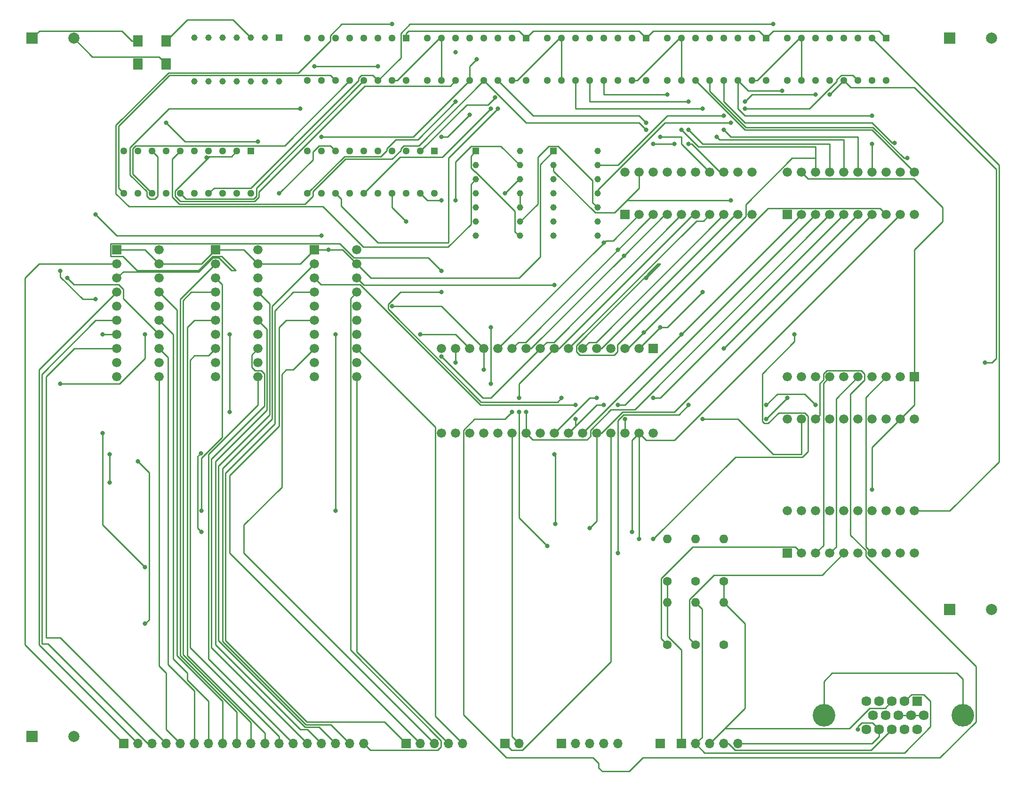
<source format=gtl>
%TF.GenerationSoftware,KiCad,Pcbnew,5.1.12-84ad8e8a86~92~ubuntu18.04.1*%
%TF.CreationDate,2021-11-25T10:44:01-05:00*%
%TF.ProjectId,vectron_vga_plus_design,76656374-726f-46e5-9f76-67615f706c75,rev?*%
%TF.SameCoordinates,Original*%
%TF.FileFunction,Copper,L1,Top*%
%TF.FilePolarity,Positive*%
%FSLAX46Y46*%
G04 Gerber Fmt 4.6, Leading zero omitted, Abs format (unit mm)*
G04 Created by KiCad (PCBNEW 5.1.12-84ad8e8a86~92~ubuntu18.04.1) date 2021-11-25 10:44:01*
%MOMM*%
%LPD*%
G01*
G04 APERTURE LIST*
%TA.AperFunction,ComponentPad*%
%ADD10C,1.676400*%
%TD*%
%TA.AperFunction,ComponentPad*%
%ADD11R,1.676400X1.676400*%
%TD*%
%TA.AperFunction,SMDPad,CuDef*%
%ADD12R,1.800000X2.000000*%
%TD*%
%TA.AperFunction,ComponentPad*%
%ADD13C,1.295400*%
%TD*%
%TA.AperFunction,ComponentPad*%
%ADD14R,1.295400X1.295400*%
%TD*%
%TA.AperFunction,ComponentPad*%
%ADD15C,1.170000*%
%TD*%
%TA.AperFunction,ComponentPad*%
%ADD16R,1.170000X1.170000*%
%TD*%
%TA.AperFunction,ComponentPad*%
%ADD17O,1.600000X1.600000*%
%TD*%
%TA.AperFunction,ComponentPad*%
%ADD18C,1.600000*%
%TD*%
%TA.AperFunction,ComponentPad*%
%ADD19O,1.700000X1.700000*%
%TD*%
%TA.AperFunction,ComponentPad*%
%ADD20R,1.700000X1.700000*%
%TD*%
%TA.AperFunction,ComponentPad*%
%ADD21C,4.066000*%
%TD*%
%TA.AperFunction,ComponentPad*%
%ADD22C,1.785000*%
%TD*%
%TA.AperFunction,ComponentPad*%
%ADD23R,1.785000X1.785000*%
%TD*%
%TA.AperFunction,ComponentPad*%
%ADD24C,2.000000*%
%TD*%
%TA.AperFunction,ComponentPad*%
%ADD25R,2.000000X2.000000*%
%TD*%
%TA.AperFunction,ViaPad*%
%ADD26C,0.800000*%
%TD*%
%TA.AperFunction,Conductor*%
%ADD27C,0.250000*%
%TD*%
G04 APERTURE END LIST*
D10*
%TO.P,U17,20*%
%TO.N,+5V*%
X537210000Y-508000000D03*
%TO.P,U17,19*%
%TO.N,Net-(U12-Pad24)*%
X539750000Y-508000000D03*
%TO.P,U17,18*%
%TO.N,Net-(U11-Pad14)*%
X542290000Y-508000000D03*
%TO.P,U17,17*%
%TO.N,Net-(U11-Pad13)*%
X544830000Y-508000000D03*
%TO.P,U17,16*%
%TO.N,Net-(U11-Pad12)*%
X547370000Y-508000000D03*
%TO.P,U17,15*%
%TO.N,Net-(U11-Pad11)*%
X549910000Y-508000000D03*
%TO.P,U17,14*%
%TO.N,Net-(U14-Pad14)*%
X552450000Y-508000000D03*
%TO.P,U17,13*%
%TO.N,Net-(U14-Pad13)*%
X554990000Y-508000000D03*
%TO.P,U17,12*%
%TO.N,Net-(U14-Pad12)*%
X557530000Y-508000000D03*
%TO.P,U17,11*%
%TO.N,Net-(U14-Pad11)*%
X560070000Y-508000000D03*
%TO.P,U17,10*%
%TO.N,GND*%
X560070000Y-515620000D03*
%TO.P,U17,9*%
%TO.N,Net-(U12-Pad31)*%
X557530000Y-515620000D03*
%TO.P,U17,8*%
%TO.N,Net-(U12-Pad3)*%
X554990000Y-515620000D03*
%TO.P,U17,7*%
%TO.N,Net-(U12-Pad28)*%
X552450000Y-515620000D03*
%TO.P,U17,6*%
%TO.N,Net-(U12-Pad4)*%
X549910000Y-515620000D03*
%TO.P,U17,5*%
%TO.N,Net-(U12-Pad25)*%
X547370000Y-515620000D03*
%TO.P,U17,4*%
%TO.N,Net-(U12-Pad23)*%
X544830000Y-515620000D03*
%TO.P,U17,3*%
%TO.N,Net-(U12-Pad26)*%
X542290000Y-515620000D03*
%TO.P,U17,2*%
%TO.N,Net-(U12-Pad27)*%
X539750000Y-515620000D03*
D11*
%TO.P,U17,1*%
%TO.N,GND*%
X537210000Y-515620000D03*
%TD*%
D12*
%TO.P,X1,4*%
%TO.N,+5V*%
X420370000Y-484310000D03*
%TO.P,X1,3*%
%TO.N,Net-(U4-Pad3)*%
X425450000Y-484310000D03*
%TO.P,X1,2*%
%TO.N,GND*%
X425450000Y-488510000D03*
%TO.P,X1,1*%
%TO.N,Net-(X1-Pad1)*%
X420370000Y-488510000D03*
%TD*%
D13*
%TO.P,U18,16*%
%TO.N,+5V*%
X554990000Y-491490000D03*
%TO.P,U18,15*%
%TO.N,Net-(U18-Pad15)*%
X552450000Y-491490000D03*
%TO.P,U18,14*%
%TO.N,Net-(U13-Pad11)*%
X549910000Y-491490000D03*
%TO.P,U18,13*%
%TO.N,Net-(U13-Pad13)*%
X547370000Y-491490000D03*
%TO.P,U18,12*%
%TO.N,Net-(U18-Pad12)*%
X544830000Y-491490000D03*
%TO.P,U18,11*%
%TO.N,Net-(U18-Pad11)*%
X542290000Y-491490000D03*
%TO.P,U18,10*%
%TO.N,Net-(U14-Pad15)*%
X539750000Y-491490000D03*
%TO.P,U18,9*%
%TO.N,+5V*%
X537210000Y-491490000D03*
%TO.P,U18,8*%
%TO.N,GND*%
X537210000Y-483870000D03*
%TO.P,U18,7*%
%TO.N,Net-(U14-Pad15)*%
X539750000Y-483870000D03*
%TO.P,U18,6*%
%TO.N,Net-(U18-Pad6)*%
X542290000Y-483870000D03*
%TO.P,U18,5*%
%TO.N,Net-(U18-Pad5)*%
X544830000Y-483870000D03*
%TO.P,U18,4*%
%TO.N,Net-(U18-Pad4)*%
X547370000Y-483870000D03*
%TO.P,U18,3*%
%TO.N,Net-(U18-Pad3)*%
X549910000Y-483870000D03*
%TO.P,U18,2*%
%TO.N,Net-(U11-Pad2)*%
X552450000Y-483870000D03*
D14*
%TO.P,U18,1*%
%TO.N,Net-(U10-Pad3)*%
X554990000Y-483870000D03*
%TD*%
D10*
%TO.P,U16,20*%
%TO.N,+5V*%
X560070000Y-552450000D03*
%TO.P,U16,19*%
%TO.N,Net-(U12-Pad24)*%
X557530000Y-552450000D03*
%TO.P,U16,18*%
%TO.N,Net-(U16-Pad18)*%
X554990000Y-552450000D03*
%TO.P,U16,17*%
%TO.N,Net-(U12-Pad15)*%
X552450000Y-552450000D03*
%TO.P,U16,16*%
%TO.N,Net-(U16-Pad16)*%
X549910000Y-552450000D03*
%TO.P,U16,15*%
%TO.N,Net-(U12-Pad14)*%
X547370000Y-552450000D03*
%TO.P,U16,14*%
%TO.N,Net-(U16-Pad14)*%
X544830000Y-552450000D03*
%TO.P,U16,13*%
%TO.N,Net-(U12-Pad13)*%
X542290000Y-552450000D03*
%TO.P,U16,12*%
%TO.N,Net-(U12-Pad30)*%
X539750000Y-552450000D03*
%TO.P,U16,11*%
%TO.N,Net-(U13-Pad11)*%
X537210000Y-552450000D03*
%TO.P,U16,10*%
%TO.N,GND*%
X537210000Y-544830000D03*
%TO.P,U16,9*%
%TO.N,Net-(U12-Pad2)*%
X539750000Y-544830000D03*
%TO.P,U16,8*%
%TO.N,Net-(U13-Pad13)*%
X542290000Y-544830000D03*
%TO.P,U16,7*%
%TO.N,Net-(U16-Pad7)*%
X544830000Y-544830000D03*
%TO.P,U16,6*%
%TO.N,Net-(U16-Pad6)*%
X547370000Y-544830000D03*
%TO.P,U16,5*%
%TO.N,Net-(U16-Pad5)*%
X549910000Y-544830000D03*
%TO.P,U16,4*%
%TO.N,Net-(U16-Pad4)*%
X552450000Y-544830000D03*
%TO.P,U16,3*%
%TO.N,Net-(U16-Pad3)*%
X554990000Y-544830000D03*
%TO.P,U16,2*%
%TO.N,Net-(U16-Pad2)*%
X557530000Y-544830000D03*
D11*
%TO.P,U16,1*%
%TO.N,Net-(U12-Pad24)*%
X560070000Y-544830000D03*
%TD*%
D10*
%TO.P,U15,20*%
%TO.N,+5V*%
X508000000Y-508000000D03*
%TO.P,U15,19*%
%TO.N,Net-(U12-Pad24)*%
X510540000Y-508000000D03*
%TO.P,U15,18*%
%TO.N,Net-(U1-Pad17)*%
X513080000Y-508000000D03*
%TO.P,U15,17*%
%TO.N,Net-(U1-Pad15)*%
X515620000Y-508000000D03*
%TO.P,U15,16*%
%TO.N,Net-(U1-Pad13)*%
X518160000Y-508000000D03*
%TO.P,U15,15*%
%TO.N,Net-(U1-Pad11)*%
X520700000Y-508000000D03*
%TO.P,U15,14*%
%TO.N,Net-(U1-Pad8)*%
X523240000Y-508000000D03*
%TO.P,U15,13*%
%TO.N,Net-(U1-Pad6)*%
X525780000Y-508000000D03*
%TO.P,U15,12*%
%TO.N,Net-(U1-Pad4)*%
X528320000Y-508000000D03*
%TO.P,U15,11*%
%TO.N,Net-(U1-Pad2)*%
X530860000Y-508000000D03*
%TO.P,U15,10*%
%TO.N,GND*%
X530860000Y-515620000D03*
%TO.P,U15,9*%
%TO.N,Net-(U12-Pad5)*%
X528320000Y-515620000D03*
%TO.P,U15,8*%
%TO.N,Net-(U12-Pad6)*%
X525780000Y-515620000D03*
%TO.P,U15,7*%
%TO.N,Net-(U12-Pad7)*%
X523240000Y-515620000D03*
%TO.P,U15,6*%
%TO.N,Net-(U12-Pad8)*%
X520700000Y-515620000D03*
%TO.P,U15,5*%
%TO.N,Net-(U12-Pad9)*%
X518160000Y-515620000D03*
%TO.P,U15,4*%
%TO.N,Net-(U12-Pad10)*%
X515620000Y-515620000D03*
%TO.P,U15,3*%
%TO.N,Net-(U12-Pad11)*%
X513080000Y-515620000D03*
%TO.P,U15,2*%
%TO.N,Net-(U12-Pad12)*%
X510540000Y-515620000D03*
D11*
%TO.P,U15,1*%
%TO.N,GND*%
X508000000Y-515620000D03*
%TD*%
D13*
%TO.P,U14,16*%
%TO.N,+5V*%
X533400000Y-491490000D03*
%TO.P,U14,15*%
%TO.N,Net-(U14-Pad15)*%
X530860000Y-491490000D03*
%TO.P,U14,14*%
%TO.N,Net-(U14-Pad14)*%
X528320000Y-491490000D03*
%TO.P,U14,13*%
%TO.N,Net-(U14-Pad13)*%
X525780000Y-491490000D03*
%TO.P,U14,12*%
%TO.N,Net-(U14-Pad12)*%
X523240000Y-491490000D03*
%TO.P,U14,11*%
%TO.N,Net-(U14-Pad11)*%
X520700000Y-491490000D03*
%TO.P,U14,10*%
%TO.N,Net-(U11-Pad15)*%
X518160000Y-491490000D03*
%TO.P,U14,9*%
%TO.N,+5V*%
X515620000Y-491490000D03*
%TO.P,U14,8*%
%TO.N,GND*%
X515620000Y-483870000D03*
%TO.P,U14,7*%
%TO.N,Net-(U11-Pad15)*%
X518160000Y-483870000D03*
%TO.P,U14,6*%
%TO.N,Net-(U14-Pad6)*%
X520700000Y-483870000D03*
%TO.P,U14,5*%
%TO.N,Net-(U14-Pad5)*%
X523240000Y-483870000D03*
%TO.P,U14,4*%
%TO.N,Net-(U14-Pad4)*%
X525780000Y-483870000D03*
%TO.P,U14,3*%
%TO.N,Net-(U14-Pad3)*%
X528320000Y-483870000D03*
%TO.P,U14,2*%
%TO.N,Net-(U11-Pad2)*%
X530860000Y-483870000D03*
D14*
%TO.P,U14,1*%
%TO.N,Net-(U10-Pad3)*%
X533400000Y-483870000D03*
%TD*%
D15*
%TO.P,U13,14*%
%TO.N,+5V*%
X503080000Y-504190000D03*
%TO.P,U13,13*%
%TO.N,Net-(U13-Pad13)*%
X503080000Y-506730000D03*
%TO.P,U13,12*%
%TO.N,Net-(U10-Pad2)*%
X503080000Y-509270000D03*
%TO.P,U13,11*%
%TO.N,Net-(U13-Pad11)*%
X503080000Y-511810000D03*
%TO.P,U13,10*%
%TO.N,Net-(U10-Pad9)*%
X503080000Y-514350000D03*
%TO.P,U13,9*%
%TO.N,Net-(U13-Pad9)*%
X503080000Y-516890000D03*
%TO.P,U13,8*%
%TO.N,Net-(U13-Pad8)*%
X503080000Y-519430000D03*
%TO.P,U13,7*%
%TO.N,GND*%
X495140000Y-519430000D03*
%TO.P,U13,6*%
%TO.N,Net-(U13-Pad6)*%
X495140000Y-516890000D03*
%TO.P,U13,5*%
%TO.N,Net-(U13-Pad5)*%
X495140000Y-514350000D03*
%TO.P,U13,4*%
%TO.N,Net-(U13-Pad4)*%
X495140000Y-511810000D03*
%TO.P,U13,3*%
%TO.N,Net-(U13-Pad3)*%
X495140000Y-509270000D03*
%TO.P,U13,2*%
%TO.N,Net-(U12-Pad24)*%
X495140000Y-506730000D03*
D16*
%TO.P,U13,1*%
%TO.N,Net-(J7-Pad1)*%
X495140000Y-504190000D03*
%TD*%
D10*
%TO.P,U12,32*%
%TO.N,+5V*%
X513080000Y-554990000D03*
%TO.P,U12,31*%
%TO.N,Net-(U12-Pad31)*%
X510540000Y-554990000D03*
%TO.P,U12,30*%
%TO.N,Net-(U12-Pad30)*%
X508000000Y-554990000D03*
%TO.P,U12,29*%
%TO.N,Net-(J7-Pad1)*%
X505460000Y-554990000D03*
%TO.P,U12,28*%
%TO.N,Net-(U12-Pad28)*%
X502920000Y-554990000D03*
%TO.P,U12,27*%
%TO.N,Net-(U12-Pad27)*%
X500380000Y-554990000D03*
%TO.P,U12,26*%
%TO.N,Net-(U12-Pad26)*%
X497840000Y-554990000D03*
%TO.P,U12,25*%
%TO.N,Net-(U12-Pad25)*%
X495300000Y-554990000D03*
%TO.P,U12,24*%
%TO.N,Net-(U12-Pad24)*%
X492760000Y-554990000D03*
%TO.P,U12,23*%
%TO.N,Net-(U12-Pad23)*%
X490220000Y-554990000D03*
%TO.P,U12,22*%
%TO.N,Net-(J7-Pad2)*%
X487680000Y-554990000D03*
%TO.P,U12,21*%
%TO.N,Net-(U12-Pad21)*%
X485140000Y-554990000D03*
%TO.P,U12,20*%
%TO.N,Net-(U12-Pad20)*%
X482600000Y-554990000D03*
%TO.P,U12,19*%
%TO.N,Net-(U12-Pad19)*%
X480060000Y-554990000D03*
%TO.P,U12,18*%
%TO.N,Net-(U12-Pad18)*%
X477520000Y-554990000D03*
%TO.P,U12,17*%
%TO.N,Net-(U12-Pad17)*%
X474980000Y-554990000D03*
%TO.P,U12,16*%
%TO.N,GND*%
X474980000Y-539750000D03*
%TO.P,U12,15*%
%TO.N,Net-(U12-Pad15)*%
X477520000Y-539750000D03*
%TO.P,U12,14*%
%TO.N,Net-(U12-Pad14)*%
X480060000Y-539750000D03*
%TO.P,U12,13*%
%TO.N,Net-(U12-Pad13)*%
X482600000Y-539750000D03*
%TO.P,U12,12*%
%TO.N,Net-(U12-Pad12)*%
X485140000Y-539750000D03*
%TO.P,U12,11*%
%TO.N,Net-(U12-Pad11)*%
X487680000Y-539750000D03*
%TO.P,U12,10*%
%TO.N,Net-(U12-Pad10)*%
X490220000Y-539750000D03*
%TO.P,U12,9*%
%TO.N,Net-(U12-Pad9)*%
X492760000Y-539750000D03*
%TO.P,U12,8*%
%TO.N,Net-(U12-Pad8)*%
X495300000Y-539750000D03*
%TO.P,U12,7*%
%TO.N,Net-(U12-Pad7)*%
X497840000Y-539750000D03*
%TO.P,U12,6*%
%TO.N,Net-(U12-Pad6)*%
X500380000Y-539750000D03*
%TO.P,U12,5*%
%TO.N,Net-(U12-Pad5)*%
X502920000Y-539750000D03*
%TO.P,U12,4*%
%TO.N,Net-(U12-Pad4)*%
X505460000Y-539750000D03*
%TO.P,U12,3*%
%TO.N,Net-(U12-Pad3)*%
X508000000Y-539750000D03*
%TO.P,U12,2*%
%TO.N,Net-(U12-Pad2)*%
X510540000Y-539750000D03*
D11*
%TO.P,U12,1*%
%TO.N,GND*%
X513080000Y-539750000D03*
%TD*%
D13*
%TO.P,U11,16*%
%TO.N,+5V*%
X511810000Y-491490000D03*
%TO.P,U11,15*%
%TO.N,Net-(U11-Pad15)*%
X509270000Y-491490000D03*
%TO.P,U11,14*%
%TO.N,Net-(U11-Pad14)*%
X506730000Y-491490000D03*
%TO.P,U11,13*%
%TO.N,Net-(U11-Pad13)*%
X504190000Y-491490000D03*
%TO.P,U11,12*%
%TO.N,Net-(U11-Pad12)*%
X501650000Y-491490000D03*
%TO.P,U11,11*%
%TO.N,Net-(U11-Pad11)*%
X499110000Y-491490000D03*
%TO.P,U11,10*%
%TO.N,Net-(U11-Pad10)*%
X496570000Y-491490000D03*
%TO.P,U11,9*%
%TO.N,+5V*%
X494030000Y-491490000D03*
%TO.P,U11,8*%
%TO.N,GND*%
X494030000Y-483870000D03*
%TO.P,U11,7*%
%TO.N,Net-(U11-Pad10)*%
X496570000Y-483870000D03*
%TO.P,U11,6*%
%TO.N,Net-(U11-Pad6)*%
X499110000Y-483870000D03*
%TO.P,U11,5*%
%TO.N,Net-(U11-Pad5)*%
X501650000Y-483870000D03*
%TO.P,U11,4*%
%TO.N,Net-(U11-Pad4)*%
X504190000Y-483870000D03*
%TO.P,U11,3*%
%TO.N,Net-(U11-Pad3)*%
X506730000Y-483870000D03*
%TO.P,U11,2*%
%TO.N,Net-(U11-Pad2)*%
X509270000Y-483870000D03*
D14*
%TO.P,U11,1*%
%TO.N,Net-(U10-Pad3)*%
X511810000Y-483870000D03*
%TD*%
D15*
%TO.P,U10,14*%
%TO.N,+5V*%
X489110000Y-504190000D03*
%TO.P,U10,13*%
%TO.N,Net-(U10-Pad13)*%
X489110000Y-506730000D03*
%TO.P,U10,12*%
%TO.N,Net-(U1-Pad19)*%
X489110000Y-509270000D03*
%TO.P,U10,11*%
%TO.N,Net-(U10-Pad10)*%
X489110000Y-511810000D03*
%TO.P,U10,10*%
X489110000Y-514350000D03*
%TO.P,U10,9*%
%TO.N,Net-(U10-Pad9)*%
X489110000Y-516890000D03*
%TO.P,U10,8*%
%TO.N,Net-(U10-Pad1)*%
X489110000Y-519430000D03*
%TO.P,U10,7*%
%TO.N,GND*%
X481170000Y-519430000D03*
%TO.P,U10,6*%
%TO.N,Net-(U10-Pad6)*%
X481170000Y-516890000D03*
%TO.P,U10,5*%
%TO.N,Net-(U10-Pad5)*%
X481170000Y-514350000D03*
%TO.P,U10,4*%
%TO.N,Net-(U10-Pad4)*%
X481170000Y-511810000D03*
%TO.P,U10,3*%
%TO.N,Net-(U10-Pad3)*%
X481170000Y-509270000D03*
%TO.P,U10,2*%
%TO.N,Net-(U10-Pad2)*%
X481170000Y-506730000D03*
D16*
%TO.P,U10,1*%
%TO.N,Net-(U10-Pad1)*%
X481170000Y-504190000D03*
%TD*%
D10*
%TO.P,U9,20*%
%TO.N,+5V*%
X459740000Y-521970000D03*
%TO.P,U9,19*%
%TO.N,Net-(J7-Pad1)*%
X459740000Y-524510000D03*
%TO.P,U9,18*%
%TO.N,Net-(U12-Pad2)*%
X459740000Y-527050000D03*
%TO.P,U9,17*%
%TO.N,Net-(J1-Pad18)*%
X459740000Y-529590000D03*
%TO.P,U9,16*%
%TO.N,Net-(U12-Pad13)*%
X459740000Y-532130000D03*
%TO.P,U9,15*%
%TO.N,Net-(U9-Pad15)*%
X459740000Y-534670000D03*
%TO.P,U9,14*%
%TO.N,Net-(U12-Pad14)*%
X459740000Y-537210000D03*
%TO.P,U9,13*%
%TO.N,Net-(J2-Pad5)*%
X459740000Y-539750000D03*
%TO.P,U9,12*%
%TO.N,Net-(U12-Pad15)*%
X459740000Y-542290000D03*
%TO.P,U9,11*%
%TO.N,Net-(J2-Pad4)*%
X459740000Y-544830000D03*
%TO.P,U9,10*%
%TO.N,GND*%
X452120000Y-544830000D03*
%TO.P,U9,9*%
%TO.N,Net-(U12-Pad17)*%
X452120000Y-542290000D03*
%TO.P,U9,8*%
%TO.N,Net-(J2-Pad3)*%
X452120000Y-539750000D03*
%TO.P,U9,7*%
%TO.N,Net-(U12-Pad18)*%
X452120000Y-537210000D03*
%TO.P,U9,6*%
%TO.N,Net-(J2-Pad2)*%
X452120000Y-534670000D03*
%TO.P,U9,5*%
%TO.N,Net-(U9-Pad5)*%
X452120000Y-532130000D03*
%TO.P,U9,4*%
%TO.N,Net-(J2-Pad1)*%
X452120000Y-529590000D03*
%TO.P,U9,3*%
%TO.N,Net-(U12-Pad30)*%
X452120000Y-527050000D03*
%TO.P,U9,2*%
%TO.N,Net-(J1-Pad17)*%
X452120000Y-524510000D03*
D11*
%TO.P,U9,1*%
%TO.N,Net-(J7-Pad1)*%
X452120000Y-521970000D03*
%TD*%
D13*
%TO.P,U8,16*%
%TO.N,+5V*%
X490220000Y-491490000D03*
%TO.P,U8,15*%
%TO.N,Net-(U11-Pad10)*%
X487680000Y-491490000D03*
%TO.P,U8,14*%
%TO.N,Net-(U1-Pad8)*%
X485140000Y-491490000D03*
%TO.P,U8,13*%
%TO.N,Net-(U1-Pad6)*%
X482600000Y-491490000D03*
%TO.P,U8,12*%
%TO.N,Net-(U1-Pad4)*%
X480060000Y-491490000D03*
%TO.P,U8,11*%
%TO.N,Net-(U1-Pad2)*%
X477520000Y-491490000D03*
%TO.P,U8,10*%
%TO.N,Net-(U7-Pad15)*%
X474980000Y-491490000D03*
%TO.P,U8,9*%
%TO.N,+5V*%
X472440000Y-491490000D03*
%TO.P,U8,8*%
%TO.N,GND*%
X472440000Y-483870000D03*
%TO.P,U8,7*%
%TO.N,Net-(U7-Pad15)*%
X474980000Y-483870000D03*
%TO.P,U8,6*%
%TO.N,Net-(U8-Pad6)*%
X477520000Y-483870000D03*
%TO.P,U8,5*%
%TO.N,Net-(U8-Pad5)*%
X480060000Y-483870000D03*
%TO.P,U8,4*%
%TO.N,Net-(U8-Pad4)*%
X482600000Y-483870000D03*
%TO.P,U8,3*%
%TO.N,Net-(U8-Pad3)*%
X485140000Y-483870000D03*
%TO.P,U8,2*%
%TO.N,Net-(U11-Pad2)*%
X487680000Y-483870000D03*
D14*
%TO.P,U8,1*%
%TO.N,Net-(U10-Pad3)*%
X490220000Y-483870000D03*
%TD*%
D13*
%TO.P,U7,16*%
%TO.N,+5V*%
X468630000Y-491490000D03*
%TO.P,U7,15*%
%TO.N,Net-(U7-Pad15)*%
X466090000Y-491490000D03*
%TO.P,U7,14*%
%TO.N,Net-(U1-Pad17)*%
X463550000Y-491490000D03*
%TO.P,U7,13*%
%TO.N,Net-(U1-Pad15)*%
X461010000Y-491490000D03*
%TO.P,U7,12*%
%TO.N,Net-(U1-Pad13)*%
X458470000Y-491490000D03*
%TO.P,U7,11*%
%TO.N,Net-(U1-Pad11)*%
X455930000Y-491490000D03*
%TO.P,U7,10*%
%TO.N,+5V*%
X453390000Y-491490000D03*
%TO.P,U7,9*%
X450850000Y-491490000D03*
%TO.P,U7,8*%
%TO.N,GND*%
X450850000Y-483870000D03*
%TO.P,U7,7*%
%TO.N,+5V*%
X453390000Y-483870000D03*
%TO.P,U7,6*%
%TO.N,Net-(U7-Pad6)*%
X455930000Y-483870000D03*
%TO.P,U7,5*%
%TO.N,Net-(U7-Pad5)*%
X458470000Y-483870000D03*
%TO.P,U7,4*%
%TO.N,Net-(U7-Pad4)*%
X461010000Y-483870000D03*
%TO.P,U7,3*%
%TO.N,Net-(U7-Pad3)*%
X463550000Y-483870000D03*
%TO.P,U7,2*%
%TO.N,Net-(U11-Pad2)*%
X466090000Y-483870000D03*
D14*
%TO.P,U7,1*%
%TO.N,Net-(U10-Pad3)*%
X468630000Y-483870000D03*
%TD*%
D13*
%TO.P,U6,20*%
%TO.N,+5V*%
X473710000Y-511810000D03*
%TO.P,U6,19*%
%TO.N,Net-(U10-Pad13)*%
X471170000Y-511810000D03*
%TO.P,U6,18*%
%TO.N,GND*%
X468630000Y-511810000D03*
%TO.P,U6,17*%
%TO.N,Net-(U11-Pad14)*%
X466090000Y-511810000D03*
%TO.P,U6,16*%
%TO.N,GND*%
X463550000Y-511810000D03*
%TO.P,U6,15*%
%TO.N,Net-(U11-Pad13)*%
X461010000Y-511810000D03*
%TO.P,U6,14*%
%TO.N,+5V*%
X458470000Y-511810000D03*
%TO.P,U6,13*%
%TO.N,Net-(U11-Pad12)*%
X455930000Y-511810000D03*
%TO.P,U6,12*%
%TO.N,GND*%
X453390000Y-511810000D03*
%TO.P,U6,11*%
%TO.N,Net-(U11-Pad11)*%
X450850000Y-511810000D03*
%TO.P,U6,10*%
%TO.N,GND*%
X450850000Y-504190000D03*
%TO.P,U6,9*%
%TO.N,+5V*%
X453390000Y-504190000D03*
%TO.P,U6,8*%
%TO.N,Net-(U14-Pad14)*%
X455930000Y-504190000D03*
%TO.P,U6,7*%
%TO.N,+5V*%
X458470000Y-504190000D03*
%TO.P,U6,6*%
%TO.N,Net-(U14-Pad13)*%
X461010000Y-504190000D03*
%TO.P,U6,5*%
%TO.N,GND*%
X463550000Y-504190000D03*
%TO.P,U6,4*%
%TO.N,Net-(U14-Pad12)*%
X466090000Y-504190000D03*
%TO.P,U6,3*%
%TO.N,GND*%
X468630000Y-504190000D03*
%TO.P,U6,2*%
%TO.N,Net-(U14-Pad11)*%
X471170000Y-504190000D03*
D14*
%TO.P,U6,1*%
%TO.N,Net-(U6-Pad1)*%
X473710000Y-504190000D03*
%TD*%
D10*
%TO.P,U5,20*%
%TO.N,+5V*%
X441960000Y-521970000D03*
%TO.P,U5,19*%
%TO.N,Net-(J7-Pad1)*%
X441960000Y-524510000D03*
%TO.P,U5,18*%
%TO.N,Net-(U12-Pad27)*%
X441960000Y-527050000D03*
%TO.P,U5,17*%
%TO.N,Net-(J1-Pad16)*%
X441960000Y-529590000D03*
%TO.P,U5,16*%
%TO.N,Net-(U12-Pad26)*%
X441960000Y-532130000D03*
%TO.P,U5,15*%
%TO.N,Net-(J1-Pad15)*%
X441960000Y-534670000D03*
%TO.P,U5,14*%
%TO.N,Net-(U12-Pad23)*%
X441960000Y-537210000D03*
%TO.P,U5,13*%
%TO.N,Net-(J1-Pad14)*%
X441960000Y-539750000D03*
%TO.P,U5,12*%
%TO.N,Net-(U12-Pad25)*%
X441960000Y-542290000D03*
%TO.P,U5,11*%
%TO.N,Net-(J1-Pad13)*%
X441960000Y-544830000D03*
%TO.P,U5,10*%
%TO.N,GND*%
X434340000Y-544830000D03*
%TO.P,U5,9*%
%TO.N,Net-(U12-Pad4)*%
X434340000Y-542290000D03*
%TO.P,U5,8*%
%TO.N,Net-(J1-Pad12)*%
X434340000Y-539750000D03*
%TO.P,U5,7*%
%TO.N,Net-(U12-Pad28)*%
X434340000Y-537210000D03*
%TO.P,U5,6*%
%TO.N,Net-(J1-Pad11)*%
X434340000Y-534670000D03*
%TO.P,U5,5*%
%TO.N,Net-(U12-Pad3)*%
X434340000Y-532130000D03*
%TO.P,U5,4*%
%TO.N,Net-(J1-Pad10)*%
X434340000Y-529590000D03*
%TO.P,U5,3*%
%TO.N,Net-(U12-Pad31)*%
X434340000Y-527050000D03*
%TO.P,U5,2*%
%TO.N,Net-(J1-Pad9)*%
X434340000Y-524510000D03*
D11*
%TO.P,U5,1*%
%TO.N,Net-(J7-Pad1)*%
X434340000Y-521970000D03*
%TD*%
D15*
%TO.P,U4,14*%
%TO.N,+5V*%
X445770000Y-491650000D03*
%TO.P,U4,13*%
%TO.N,Net-(U4-Pad13)*%
X443230000Y-491650000D03*
%TO.P,U4,12*%
%TO.N,Net-(U4-Pad12)*%
X440690000Y-491650000D03*
%TO.P,U4,11*%
%TO.N,Net-(U4-Pad11)*%
X438150000Y-491650000D03*
%TO.P,U4,10*%
%TO.N,Net-(U4-Pad10)*%
X435610000Y-491650000D03*
%TO.P,U4,9*%
%TO.N,Net-(U4-Pad9)*%
X433070000Y-491650000D03*
%TO.P,U4,8*%
%TO.N,Net-(U4-Pad8)*%
X430530000Y-491650000D03*
%TO.P,U4,7*%
%TO.N,GND*%
X430530000Y-483710000D03*
%TO.P,U4,6*%
%TO.N,Net-(U4-Pad2)*%
X433070000Y-483710000D03*
%TO.P,U4,5*%
%TO.N,Net-(U11-Pad2)*%
X435610000Y-483710000D03*
%TO.P,U4,4*%
%TO.N,+5V*%
X438150000Y-483710000D03*
%TO.P,U4,3*%
%TO.N,Net-(U4-Pad3)*%
X440690000Y-483710000D03*
%TO.P,U4,2*%
%TO.N,Net-(U4-Pad2)*%
X443230000Y-483710000D03*
D16*
%TO.P,U4,1*%
%TO.N,+5V*%
X445770000Y-483710000D03*
%TD*%
D10*
%TO.P,U3,20*%
%TO.N,+5V*%
X537210000Y-568960000D03*
%TO.P,U3,19*%
%TO.N,Net-(J4-Pad5)*%
X539750000Y-568960000D03*
%TO.P,U3,18*%
%TO.N,Net-(U12-Pad18)*%
X542290000Y-568960000D03*
%TO.P,U3,17*%
%TO.N,Net-(U3-Pad17)*%
X544830000Y-568960000D03*
%TO.P,U3,16*%
%TO.N,Net-(U3-Pad16)*%
X547370000Y-568960000D03*
%TO.P,U3,15*%
%TO.N,Net-(U3-Pad15)*%
X549910000Y-568960000D03*
%TO.P,U3,14*%
%TO.N,Net-(U3-Pad14)*%
X552450000Y-568960000D03*
%TO.P,U3,13*%
%TO.N,Net-(U3-Pad13)*%
X554990000Y-568960000D03*
%TO.P,U3,12*%
%TO.N,Net-(U3-Pad12)*%
X557530000Y-568960000D03*
%TO.P,U3,11*%
%TO.N,Net-(U11-Pad2)*%
X560070000Y-568960000D03*
%TO.P,U3,10*%
%TO.N,GND*%
X560070000Y-576580000D03*
%TO.P,U3,9*%
%TO.N,Net-(J4-Pad4)*%
X557530000Y-576580000D03*
%TO.P,U3,8*%
%TO.N,Net-(U12-Pad17)*%
X554990000Y-576580000D03*
%TO.P,U3,7*%
%TO.N,Net-(U16-Pad3)*%
X552450000Y-576580000D03*
%TO.P,U3,6*%
%TO.N,Net-(R6-Pad1)*%
X549910000Y-576580000D03*
%TO.P,U3,5*%
%TO.N,Net-(R4-Pad1)*%
X547370000Y-576580000D03*
%TO.P,U3,4*%
%TO.N,Net-(U16-Pad5)*%
X544830000Y-576580000D03*
%TO.P,U3,3*%
%TO.N,Net-(U16-Pad7)*%
X542290000Y-576580000D03*
%TO.P,U3,2*%
%TO.N,Net-(R2-Pad1)*%
X539750000Y-576580000D03*
D11*
%TO.P,U3,1*%
%TO.N,+5V*%
X537210000Y-576580000D03*
%TD*%
D10*
%TO.P,U2,20*%
%TO.N,+5V*%
X424180000Y-521970000D03*
%TO.P,U2,19*%
%TO.N,Net-(J7-Pad1)*%
X424180000Y-524510000D03*
%TO.P,U2,18*%
%TO.N,Net-(U12-Pad12)*%
X424180000Y-527050000D03*
%TO.P,U2,17*%
%TO.N,Net-(J1-Pad8)*%
X424180000Y-529590000D03*
%TO.P,U2,16*%
%TO.N,Net-(U12-Pad11)*%
X424180000Y-532130000D03*
%TO.P,U2,15*%
%TO.N,Net-(J1-Pad7)*%
X424180000Y-534670000D03*
%TO.P,U2,14*%
%TO.N,Net-(U12-Pad10)*%
X424180000Y-537210000D03*
%TO.P,U2,13*%
%TO.N,Net-(J1-Pad6)*%
X424180000Y-539750000D03*
%TO.P,U2,12*%
%TO.N,Net-(U12-Pad9)*%
X424180000Y-542290000D03*
%TO.P,U2,11*%
%TO.N,Net-(J1-Pad5)*%
X424180000Y-544830000D03*
%TO.P,U2,10*%
%TO.N,GND*%
X416560000Y-544830000D03*
%TO.P,U2,9*%
%TO.N,Net-(U12-Pad8)*%
X416560000Y-542290000D03*
%TO.P,U2,8*%
%TO.N,Net-(J1-Pad4)*%
X416560000Y-539750000D03*
%TO.P,U2,7*%
%TO.N,Net-(U12-Pad7)*%
X416560000Y-537210000D03*
%TO.P,U2,6*%
%TO.N,Net-(J1-Pad3)*%
X416560000Y-534670000D03*
%TO.P,U2,5*%
%TO.N,Net-(U12-Pad6)*%
X416560000Y-532130000D03*
%TO.P,U2,4*%
%TO.N,Net-(J1-Pad2)*%
X416560000Y-529590000D03*
%TO.P,U2,3*%
%TO.N,Net-(U12-Pad5)*%
X416560000Y-527050000D03*
%TO.P,U2,2*%
%TO.N,Net-(J1-Pad1)*%
X416560000Y-524510000D03*
D11*
%TO.P,U2,1*%
%TO.N,Net-(J7-Pad1)*%
X416560000Y-521970000D03*
%TD*%
D13*
%TO.P,U1,20*%
%TO.N,+5V*%
X440690000Y-511810000D03*
%TO.P,U1,19*%
%TO.N,Net-(U1-Pad19)*%
X438150000Y-511810000D03*
%TO.P,U1,18*%
%TO.N,+5V*%
X435610000Y-511810000D03*
%TO.P,U1,17*%
%TO.N,Net-(U1-Pad17)*%
X433070000Y-511810000D03*
%TO.P,U1,16*%
%TO.N,+5V*%
X430530000Y-511810000D03*
%TO.P,U1,15*%
%TO.N,Net-(U1-Pad15)*%
X427990000Y-511810000D03*
%TO.P,U1,14*%
%TO.N,+5V*%
X425450000Y-511810000D03*
%TO.P,U1,13*%
%TO.N,Net-(U1-Pad13)*%
X422910000Y-511810000D03*
%TO.P,U1,12*%
%TO.N,+5V*%
X420370000Y-511810000D03*
%TO.P,U1,11*%
%TO.N,Net-(U1-Pad11)*%
X417830000Y-511810000D03*
%TO.P,U1,10*%
%TO.N,GND*%
X417830000Y-504190000D03*
%TO.P,U1,9*%
X420370000Y-504190000D03*
%TO.P,U1,8*%
%TO.N,Net-(U1-Pad8)*%
X422910000Y-504190000D03*
%TO.P,U1,7*%
%TO.N,GND*%
X425450000Y-504190000D03*
%TO.P,U1,6*%
%TO.N,Net-(U1-Pad6)*%
X427990000Y-504190000D03*
%TO.P,U1,5*%
%TO.N,+5V*%
X430530000Y-504190000D03*
%TO.P,U1,4*%
%TO.N,Net-(U1-Pad4)*%
X433070000Y-504190000D03*
%TO.P,U1,3*%
%TO.N,GND*%
X435610000Y-504190000D03*
%TO.P,U1,2*%
%TO.N,Net-(U1-Pad2)*%
X438150000Y-504190000D03*
D14*
%TO.P,U1,1*%
%TO.N,Net-(U1-Pad1)*%
X440690000Y-504190000D03*
%TD*%
D17*
%TO.P,R6,2*%
%TO.N,/B*%
X525780000Y-585470000D03*
D18*
%TO.P,R6,1*%
%TO.N,Net-(R6-Pad1)*%
X525780000Y-593090000D03*
%TD*%
D17*
%TO.P,R5,2*%
%TO.N,GND*%
X525780000Y-574040000D03*
D18*
%TO.P,R5,1*%
%TO.N,/B*%
X525780000Y-581660000D03*
%TD*%
D17*
%TO.P,R4,2*%
%TO.N,/G*%
X520700000Y-585470000D03*
D18*
%TO.P,R4,1*%
%TO.N,Net-(R4-Pad1)*%
X520700000Y-593090000D03*
%TD*%
D17*
%TO.P,R3,2*%
%TO.N,GND*%
X520700000Y-574040000D03*
D18*
%TO.P,R3,1*%
%TO.N,/G*%
X520700000Y-581660000D03*
%TD*%
D17*
%TO.P,R2,2*%
%TO.N,Net-(J4-Pad1)*%
X515620000Y-585470000D03*
D18*
%TO.P,R2,1*%
%TO.N,Net-(R2-Pad1)*%
X515620000Y-593090000D03*
%TD*%
D17*
%TO.P,R1,2*%
%TO.N,GND*%
X515620000Y-574040000D03*
D18*
%TO.P,R1,1*%
%TO.N,Net-(J4-Pad1)*%
X515620000Y-581660000D03*
%TD*%
D19*
%TO.P,J7,2*%
%TO.N,Net-(J7-Pad2)*%
X488950000Y-610870000D03*
D20*
%TO.P,J7,1*%
%TO.N,Net-(J7-Pad1)*%
X486410000Y-610870000D03*
%TD*%
D21*
%TO.P,J6,S2*%
%TO.N,Net-(J6-PadS1)*%
X568755000Y-605790000D03*
%TO.P,J6,S1*%
X543765000Y-605790000D03*
D22*
%TO.P,J6,15*%
%TO.N,Net-(J6-Pad15)*%
X551430000Y-608330000D03*
%TO.P,J6,14*%
%TO.N,Net-(J4-Pad5)*%
X553720000Y-608330000D03*
%TO.P,J6,13*%
%TO.N,Net-(J4-Pad4)*%
X556010000Y-608330000D03*
%TO.P,J6,12*%
%TO.N,Net-(J6-Pad12)*%
X558300000Y-608330000D03*
%TO.P,J6,11*%
%TO.N,Net-(J6-Pad11)*%
X560590000Y-608330000D03*
%TO.P,J6,10*%
%TO.N,GND*%
X552575000Y-605790000D03*
%TO.P,J6,9*%
%TO.N,Net-(J6-Pad9)*%
X554865000Y-605790000D03*
%TO.P,J6,8*%
%TO.N,GND*%
X557155000Y-605790000D03*
%TO.P,J6,7*%
X559445000Y-605790000D03*
%TO.P,J6,6*%
X561735000Y-605790000D03*
%TO.P,J6,5*%
X551430000Y-603250000D03*
%TO.P,J6,4*%
%TO.N,Net-(J6-Pad4)*%
X553720000Y-603250000D03*
%TO.P,J6,3*%
%TO.N,/B*%
X556010000Y-603250000D03*
%TO.P,J6,2*%
%TO.N,/G*%
X558300000Y-603250000D03*
D23*
%TO.P,J6,1*%
%TO.N,Net-(J4-Pad1)*%
X560590000Y-603250000D03*
%TD*%
D19*
%TO.P,J5,5*%
%TO.N,GND*%
X506730000Y-610870000D03*
%TO.P,J5,4*%
X504190000Y-610870000D03*
%TO.P,J5,3*%
X501650000Y-610870000D03*
%TO.P,J5,2*%
%TO.N,+5V*%
X499110000Y-610870000D03*
D20*
%TO.P,J5,1*%
X496570000Y-610870000D03*
%TD*%
D19*
%TO.P,J4,5*%
%TO.N,Net-(J4-Pad5)*%
X528320000Y-610870000D03*
%TO.P,J4,4*%
%TO.N,Net-(J4-Pad4)*%
X525780000Y-610870000D03*
%TO.P,J4,3*%
%TO.N,/B*%
X523240000Y-610870000D03*
%TO.P,J4,2*%
%TO.N,/G*%
X520700000Y-610870000D03*
D20*
%TO.P,J4,1*%
%TO.N,Net-(J4-Pad1)*%
X518160000Y-610870000D03*
%TD*%
%TO.P,J3,1*%
%TO.N,GND*%
X514350000Y-610870000D03*
%TD*%
D19*
%TO.P,J2,5*%
%TO.N,Net-(J2-Pad5)*%
X478790000Y-610870000D03*
%TO.P,J2,4*%
%TO.N,Net-(J2-Pad4)*%
X476250000Y-610870000D03*
%TO.P,J2,3*%
%TO.N,Net-(J2-Pad3)*%
X473710000Y-610870000D03*
%TO.P,J2,2*%
%TO.N,Net-(J2-Pad2)*%
X471170000Y-610870000D03*
D20*
%TO.P,J2,1*%
%TO.N,Net-(J2-Pad1)*%
X468630000Y-610870000D03*
%TD*%
D19*
%TO.P,J1,18*%
%TO.N,Net-(J1-Pad18)*%
X461010000Y-610870000D03*
%TO.P,J1,17*%
%TO.N,Net-(J1-Pad17)*%
X458470000Y-610870000D03*
%TO.P,J1,16*%
%TO.N,Net-(J1-Pad16)*%
X455930000Y-610870000D03*
%TO.P,J1,15*%
%TO.N,Net-(J1-Pad15)*%
X453390000Y-610870000D03*
%TO.P,J1,14*%
%TO.N,Net-(J1-Pad14)*%
X450850000Y-610870000D03*
%TO.P,J1,13*%
%TO.N,Net-(J1-Pad13)*%
X448310000Y-610870000D03*
%TO.P,J1,12*%
%TO.N,Net-(J1-Pad12)*%
X445770000Y-610870000D03*
%TO.P,J1,11*%
%TO.N,Net-(J1-Pad11)*%
X443230000Y-610870000D03*
%TO.P,J1,10*%
%TO.N,Net-(J1-Pad10)*%
X440690000Y-610870000D03*
%TO.P,J1,9*%
%TO.N,Net-(J1-Pad9)*%
X438150000Y-610870000D03*
%TO.P,J1,8*%
%TO.N,Net-(J1-Pad8)*%
X435610000Y-610870000D03*
%TO.P,J1,7*%
%TO.N,Net-(J1-Pad7)*%
X433070000Y-610870000D03*
%TO.P,J1,6*%
%TO.N,Net-(J1-Pad6)*%
X430530000Y-610870000D03*
%TO.P,J1,5*%
%TO.N,Net-(J1-Pad5)*%
X427990000Y-610870000D03*
%TO.P,J1,4*%
%TO.N,Net-(J1-Pad4)*%
X425450000Y-610870000D03*
%TO.P,J1,3*%
%TO.N,Net-(J1-Pad3)*%
X422910000Y-610870000D03*
%TO.P,J1,2*%
%TO.N,Net-(J1-Pad2)*%
X420370000Y-610870000D03*
D20*
%TO.P,J1,1*%
%TO.N,Net-(J1-Pad1)*%
X417830000Y-610870000D03*
%TD*%
D24*
%TO.P,C4,2*%
%TO.N,GND*%
X573920000Y-586740000D03*
D25*
%TO.P,C4,1*%
%TO.N,+5V*%
X566420000Y-586740000D03*
%TD*%
D24*
%TO.P,C3,2*%
%TO.N,GND*%
X408820000Y-483870000D03*
D25*
%TO.P,C3,1*%
%TO.N,+5V*%
X401320000Y-483870000D03*
%TD*%
D24*
%TO.P,C2,2*%
%TO.N,GND*%
X573920000Y-483870000D03*
D25*
%TO.P,C2,1*%
%TO.N,+5V*%
X566420000Y-483870000D03*
%TD*%
D24*
%TO.P,C1,2*%
%TO.N,GND*%
X408820000Y-609600000D03*
D25*
%TO.P,C1,1*%
%TO.N,+5V*%
X401320000Y-609600000D03*
%TD*%
D26*
%TO.N,Net-(J4-Pad5)*%
X549910000Y-608330000D03*
%TO.N,Net-(J7-Pad1)*%
X412750000Y-515620000D03*
X453390000Y-519430000D03*
X454660000Y-521970000D03*
%TO.N,Net-(U1-Pad19)*%
X486410000Y-511810000D03*
%TO.N,Net-(U1-Pad17)*%
X534670000Y-481330000D03*
%TO.N,Net-(U1-Pad8)*%
X511810000Y-499110000D03*
X514350000Y-501650000D03*
X449580000Y-496570000D03*
%TO.N,Net-(U1-Pad6)*%
X511810000Y-500380000D03*
X513080000Y-502920000D03*
X516890000Y-502920000D03*
X519430000Y-502920000D03*
%TO.N,Net-(U1-Pad4)*%
X453390000Y-501650000D03*
X481330000Y-487680000D03*
%TO.N,Net-(U1-Pad2)*%
X477520000Y-486410000D03*
X432705304Y-505383213D03*
%TO.N,Net-(U12-Pad12)*%
X412750000Y-530860000D03*
X406400000Y-525780000D03*
X504190000Y-520700000D03*
%TO.N,Net-(U12-Pad11)*%
X421640000Y-537210000D03*
X406400000Y-546100000D03*
X506730000Y-521970000D03*
%TO.N,Net-(U12-Pad10)*%
X407670000Y-527050000D03*
X507774231Y-523014231D03*
%TO.N,Net-(U12-Pad9)*%
X474980000Y-541188203D03*
%TO.N,Net-(U12-Pad8)*%
X415290000Y-558800000D03*
X415290000Y-563880000D03*
X494030000Y-575310000D03*
X488950000Y-551180000D03*
X488950000Y-548640000D03*
%TO.N,Net-(U12-Pad7)*%
X414020000Y-537210000D03*
X414020000Y-554990000D03*
X421640000Y-579120000D03*
X513080000Y-574040000D03*
X538480000Y-537210000D03*
%TO.N,Net-(U12-Pad6)*%
X506730000Y-576580000D03*
X519430000Y-549910000D03*
%TO.N,Net-(U12-Pad5)*%
X474980000Y-525780000D03*
%TO.N,Net-(U12-Pad18)*%
X455930000Y-537210000D03*
X455930000Y-568960000D03*
%TO.N,Net-(U12-Pad27)*%
X518160000Y-537210000D03*
%TO.N,Net-(U12-Pad26)*%
X506730000Y-549910000D03*
X504190000Y-549910000D03*
X474980000Y-529590000D03*
X496570000Y-548640000D03*
X499110000Y-552450000D03*
%TO.N,Net-(U12-Pad23)*%
X483870000Y-535940000D03*
X483870000Y-546100000D03*
X490220000Y-551180000D03*
%TO.N,Net-(U12-Pad25)*%
X513080000Y-548640000D03*
X502920000Y-548640000D03*
X420370000Y-560070000D03*
X421640000Y-589280000D03*
X495480001Y-571319999D03*
X495300000Y-558800000D03*
%TO.N,Net-(U12-Pad4)*%
X525780000Y-539750000D03*
%TO.N,Net-(U12-Pad28)*%
X436880000Y-537210000D03*
X436880000Y-551180000D03*
X431649847Y-558558437D03*
X431800000Y-572770000D03*
X501650000Y-572045000D03*
%TO.N,Net-(U12-Pad3)*%
X511400769Y-536800769D03*
%TO.N,Net-(U12-Pad31)*%
X509270000Y-572770000D03*
X431800000Y-568960000D03*
X510540000Y-574040000D03*
%TO.N,Net-(U10-Pad13)*%
X474980000Y-513080000D03*
X477520000Y-513080000D03*
%TO.N,Net-(U11-Pad14)*%
X518160000Y-500380000D03*
X468630000Y-516890000D03*
X511810000Y-527050000D03*
%TO.N,Net-(U11-Pad13)*%
X519430000Y-500380000D03*
X515620000Y-494030000D03*
X483870000Y-496570000D03*
%TO.N,Net-(U11-Pad12)*%
X524510000Y-501650000D03*
X519430000Y-495300000D03*
X485140000Y-496570000D03*
%TO.N,Net-(U11-Pad11)*%
X525780000Y-500380000D03*
X521970000Y-496570000D03*
X477520000Y-495300000D03*
%TO.N,Net-(U14-Pad14)*%
X552450000Y-497840000D03*
X552450000Y-502920000D03*
X445770000Y-511810000D03*
X536243963Y-493305000D03*
%TO.N,Net-(U14-Pad13)*%
X556455858Y-502724142D03*
X441960000Y-502492299D03*
X425450000Y-499110000D03*
X452120000Y-488950000D03*
X463550000Y-488950000D03*
%TO.N,Net-(U14-Pad12)*%
X558800000Y-505460000D03*
X480060000Y-497659999D03*
X474980000Y-501650000D03*
%TO.N,Net-(U14-Pad11)*%
X484589799Y-494505105D03*
%TO.N,Net-(U10-Pad3)*%
X466090000Y-481330000D03*
%TO.N,Net-(U12-Pad2)*%
X495300000Y-528320000D03*
X514350000Y-535940000D03*
X521970000Y-529590000D03*
%TO.N,Net-(U12-Pad13)*%
X466090000Y-532130000D03*
X482600000Y-543560000D03*
X487680000Y-551180000D03*
%TO.N,Net-(U12-Pad14)*%
X471170000Y-537210000D03*
X533400000Y-549910000D03*
X542290000Y-549910000D03*
%TO.N,Net-(U12-Pad15)*%
X477520000Y-542290000D03*
X533400000Y-552450000D03*
X537210000Y-548640000D03*
%TO.N,Net-(U12-Pad30)*%
X499110000Y-549910000D03*
X508000000Y-552450000D03*
X521970000Y-552450000D03*
%TO.N,Net-(U12-Pad24)*%
X527050000Y-513080000D03*
X552450000Y-565150000D03*
%TO.N,Net-(U13-Pad13)*%
X572770000Y-542290000D03*
X525780000Y-497840000D03*
X529590000Y-495300000D03*
X542290000Y-494030000D03*
X544830000Y-494030000D03*
%TO.N,Net-(U13-Pad11)*%
X529590000Y-496570000D03*
X527050000Y-499110000D03*
%TD*%
D27*
%TO.N,GND*%
X424124999Y-487184999D02*
X412134999Y-487184999D01*
X412134999Y-487184999D02*
X408820000Y-483870000D01*
X425450000Y-488510000D02*
X424124999Y-487184999D01*
X557155000Y-605790000D02*
X559445000Y-605790000D01*
X559445000Y-605790000D02*
X561735000Y-605790000D01*
%TO.N,+5V*%
X402645001Y-482544999D02*
X401320000Y-483870000D01*
X417454999Y-482544999D02*
X402645001Y-482544999D01*
X419220000Y-484310000D02*
X417454999Y-482544999D01*
X420370000Y-484310000D02*
X419220000Y-484310000D01*
%TO.N,Net-(J1-Pad18)*%
X458576799Y-530753201D02*
X459740000Y-529590000D01*
X458576799Y-593997797D02*
X458576799Y-530753201D01*
X474885001Y-610305999D02*
X458576799Y-593997797D01*
X474885001Y-611434001D02*
X474885001Y-610305999D01*
X474274001Y-612045001D02*
X474885001Y-611434001D01*
X462185001Y-612045001D02*
X474274001Y-612045001D01*
X461010000Y-610870000D02*
X462185001Y-612045001D01*
%TO.N,Net-(J1-Pad17)*%
X452120000Y-524510000D02*
X444500000Y-532130000D01*
X444500000Y-532130000D02*
X444500000Y-552450000D01*
X435610000Y-561340000D02*
X435610000Y-592453590D01*
X444500000Y-552450000D02*
X435610000Y-561340000D01*
X450586390Y-607429980D02*
X455029980Y-607429980D01*
X455029980Y-607429980D02*
X458470000Y-610870000D01*
X435610000Y-592453590D02*
X450586390Y-607429980D01*
%TO.N,Net-(J1-Pad16)*%
X444023219Y-531653219D02*
X444023219Y-551656781D01*
X441960000Y-529590000D02*
X444023219Y-531653219D01*
X444023219Y-551656781D02*
X434790010Y-560889990D01*
X434790010Y-560889990D02*
X434790010Y-592270010D01*
X452939990Y-607879990D02*
X455930000Y-610870000D01*
X450399990Y-607879990D02*
X452939990Y-607879990D01*
X434790010Y-592270010D02*
X450399990Y-607879990D01*
%TO.N,Net-(J1-Pad15)*%
X443573210Y-536283210D02*
X443573210Y-550836790D01*
X441960000Y-534670000D02*
X443573210Y-536283210D01*
X443573210Y-550836790D02*
X434340000Y-560070000D01*
X434340000Y-560070000D02*
X434340000Y-593090000D01*
X450850000Y-608330000D02*
X453390000Y-610870000D01*
X449580000Y-608330000D02*
X450850000Y-608330000D01*
X434340000Y-593090000D02*
X449580000Y-608330000D01*
%TO.N,Net-(J1-Pad14)*%
X443123201Y-544271663D02*
X443123201Y-550016799D01*
X442518337Y-543666799D02*
X443123201Y-544271663D01*
X441401663Y-543666799D02*
X442518337Y-543666799D01*
X440796799Y-543061935D02*
X441401663Y-543666799D01*
X441960000Y-539750000D02*
X440796799Y-540913201D01*
X440796799Y-540913201D02*
X440796799Y-543061935D01*
X443123201Y-550016799D02*
X433520010Y-559619990D01*
X433520010Y-593540010D02*
X450850000Y-610870000D01*
X433520010Y-559619990D02*
X433520010Y-593540010D01*
%TO.N,Net-(J1-Pad13)*%
X441960000Y-544830000D02*
X441960000Y-549910000D01*
X441960000Y-549910000D02*
X433070000Y-558800000D01*
X433070000Y-595630000D02*
X448310000Y-610870000D01*
X433070000Y-558800000D02*
X433070000Y-595630000D01*
%TO.N,Net-(J1-Pad12)*%
X429710010Y-593540010D02*
X445770000Y-609600000D01*
X429710010Y-541839990D02*
X429710010Y-593540010D01*
X434340000Y-539750000D02*
X433070000Y-541020000D01*
X445770000Y-609600000D02*
X445770000Y-610870000D01*
X430530000Y-541020000D02*
X429710010Y-541839990D01*
X433070000Y-541020000D02*
X430530000Y-541020000D01*
%TO.N,Net-(J1-Pad11)*%
X434340000Y-534670000D02*
X430530000Y-534670000D01*
X430530000Y-534670000D02*
X429260000Y-535940000D01*
X443230000Y-608960770D02*
X443230000Y-610870000D01*
X429260000Y-594990770D02*
X443230000Y-608960770D01*
X429260000Y-535940000D02*
X429260000Y-594990770D01*
%TO.N,Net-(J1-Pad10)*%
X434340000Y-529590000D02*
X429896410Y-529590000D01*
X429896410Y-529590000D02*
X428440010Y-531046400D01*
X440690000Y-607057180D02*
X440690000Y-610870000D01*
X428440010Y-594807190D02*
X440690000Y-607057180D01*
X428440010Y-531046400D02*
X428440010Y-594807190D01*
%TO.N,Net-(J1-Pad9)*%
X434340000Y-524510000D02*
X427990000Y-530860000D01*
X438150000Y-605153590D02*
X438150000Y-610870000D01*
X427990000Y-594993590D02*
X438150000Y-605153590D01*
X427990000Y-530860000D02*
X427990000Y-594993590D01*
%TO.N,Net-(J1-Pad8)*%
X424180000Y-529590000D02*
X427356410Y-532766410D01*
X427356410Y-532766410D02*
X427356410Y-594996410D01*
X435610000Y-603250000D02*
X435610000Y-610870000D01*
X427356410Y-594996410D02*
X435610000Y-603250000D01*
%TO.N,Net-(J1-Pad7)*%
X424180000Y-534670000D02*
X426720000Y-537210000D01*
X426720000Y-537210000D02*
X426720000Y-595630000D01*
X429260000Y-599437180D02*
X433070000Y-603247180D01*
X429260000Y-598170000D02*
X429260000Y-599437180D01*
X433070000Y-603247180D02*
X433070000Y-610870000D01*
X426720000Y-595630000D02*
X429260000Y-598170000D01*
%TO.N,Net-(J1-Pad6)*%
X425768205Y-596581795D02*
X430530000Y-601343590D01*
X430530000Y-601343590D02*
X430530000Y-610870000D01*
X424180000Y-539750000D02*
X425768205Y-541338205D01*
X425768205Y-541338205D02*
X425768205Y-596581795D01*
%TO.N,Net-(J1-Pad5)*%
X424180000Y-544830000D02*
X424180000Y-596900000D01*
X424180000Y-596900000D02*
X425450000Y-598170000D01*
X425450000Y-608330000D02*
X427990000Y-610870000D01*
X425450000Y-598170000D02*
X425450000Y-608330000D01*
%TO.N,Net-(J1-Pad4)*%
X416560000Y-539750000D02*
X408940000Y-539750000D01*
X408940000Y-539750000D02*
X403860000Y-544830000D01*
X403860000Y-544830000D02*
X403860000Y-591820000D01*
X406400000Y-591820000D02*
X425450000Y-610870000D01*
X403860000Y-591820000D02*
X406400000Y-591820000D01*
%TO.N,Net-(J1-Pad3)*%
X416560000Y-534670000D02*
X412750000Y-534670000D01*
X412750000Y-534670000D02*
X403040010Y-544379990D01*
X403040010Y-544379990D02*
X403040010Y-592903600D01*
X422109002Y-610870000D02*
X422910000Y-610870000D01*
X404142602Y-592903600D02*
X422109002Y-610870000D01*
X403040010Y-592903600D02*
X404142602Y-592903600D01*
%TO.N,Net-(J1-Pad2)*%
X416560000Y-529590000D02*
X402590000Y-543560000D01*
X402590000Y-593090000D02*
X420370000Y-610870000D01*
X402590000Y-543560000D02*
X402590000Y-593090000D01*
%TO.N,Net-(J1-Pad1)*%
X416560000Y-524510000D02*
X402590000Y-524510000D01*
X402590000Y-524510000D02*
X400050000Y-527050000D01*
X400050000Y-593090000D02*
X417830000Y-610870000D01*
X400050000Y-527050000D02*
X400050000Y-593090000D01*
%TO.N,Net-(J2-Pad5)*%
X473816799Y-605896799D02*
X478790000Y-610870000D01*
X473816799Y-553826799D02*
X473816799Y-605896799D01*
X459740000Y-539750000D02*
X473816799Y-553826799D01*
%TO.N,Net-(J2-Pad4)*%
X459740000Y-594360000D02*
X476250000Y-610870000D01*
X459740000Y-544830000D02*
X459740000Y-594360000D01*
%TO.N,Net-(J2-Pad3)*%
X452120000Y-539750000D02*
X448310000Y-543560000D01*
X446220010Y-544379990D02*
X446220010Y-564699990D01*
X448310000Y-543560000D02*
X447040000Y-543560000D01*
X447040000Y-543560000D02*
X446220010Y-544379990D01*
X446220010Y-564699990D02*
X439420000Y-571500000D01*
X439420000Y-576580000D02*
X473710000Y-610870000D01*
X439420000Y-571500000D02*
X439420000Y-576580000D01*
%TO.N,Net-(J2-Pad2)*%
X452120000Y-534670000D02*
X447040000Y-534670000D01*
X447040000Y-534670000D02*
X445770000Y-535940000D01*
X445770000Y-535940000D02*
X445770000Y-553720000D01*
X445770000Y-553720000D02*
X436880000Y-562610000D01*
X436880000Y-576580000D02*
X471170000Y-610870000D01*
X436880000Y-562610000D02*
X436880000Y-576580000D01*
%TO.N,Net-(J2-Pad1)*%
X448310000Y-529590000D02*
X452120000Y-529590000D01*
X464739970Y-606979970D02*
X450772790Y-606979970D01*
X468630000Y-610870000D02*
X464739970Y-606979970D01*
X450772790Y-606979970D02*
X436060010Y-592267190D01*
X444950010Y-532949990D02*
X448310000Y-529590000D01*
X436060010Y-592267190D02*
X436060010Y-562159990D01*
X436060010Y-562159990D02*
X444950010Y-553269990D01*
X444950010Y-553269990D02*
X444950010Y-532949990D01*
%TO.N,Net-(J4-Pad5)*%
X528320000Y-610870000D02*
X552450000Y-610870000D01*
X553720000Y-609600000D02*
X553720000Y-608330000D01*
X552450000Y-610870000D02*
X553720000Y-609600000D01*
X552502499Y-607112499D02*
X553720000Y-608330000D01*
X550561816Y-607112499D02*
X552502499Y-607112499D01*
X549910000Y-607764315D02*
X550561816Y-607112499D01*
X549910000Y-608330000D02*
X549910000Y-607764315D01*
%TO.N,Net-(J4-Pad4)*%
X552294999Y-612045001D02*
X556010000Y-608330000D01*
X527755999Y-612045001D02*
X552294999Y-612045001D01*
X526580998Y-610870000D02*
X527755999Y-612045001D01*
X525780000Y-610870000D02*
X526580998Y-610870000D01*
%TO.N,/B*%
X552014401Y-604467501D02*
X554792499Y-604467501D01*
X548333901Y-608148001D02*
X552014401Y-604467501D01*
X554792499Y-604467501D02*
X556010000Y-603250000D01*
X525961999Y-608148001D02*
X548333901Y-608148001D01*
X523240000Y-610870000D02*
X525961999Y-608148001D01*
X523240000Y-610870000D02*
X529590000Y-604520000D01*
X529590000Y-589280000D02*
X525780000Y-585470000D01*
X529590000Y-604520000D02*
X529590000Y-589280000D01*
X525780000Y-585470000D02*
X525780000Y-581660000D01*
%TO.N,/G*%
X559517501Y-602032499D02*
X558300000Y-603250000D01*
X561742501Y-602032499D02*
X559517501Y-602032499D01*
X562952501Y-603242499D02*
X561742501Y-602032499D01*
X562952501Y-607769401D02*
X562952501Y-603242499D01*
X558226891Y-612495011D02*
X562952501Y-607769401D01*
X522325011Y-612495011D02*
X558226891Y-612495011D01*
X520700000Y-610870000D02*
X522325011Y-612495011D01*
X521825001Y-586595001D02*
X520700000Y-585470000D01*
X521825001Y-609744999D02*
X521825001Y-586595001D01*
X520700000Y-610870000D02*
X521825001Y-609744999D01*
%TO.N,Net-(J4-Pad1)*%
X515620000Y-591424998D02*
X515620000Y-585470000D01*
X518160000Y-593964998D02*
X515620000Y-591424998D01*
X518160000Y-610870000D02*
X518160000Y-593964998D01*
X515620000Y-585470000D02*
X515620000Y-581660000D01*
%TO.N,Net-(J6-PadS1)*%
X543765000Y-605790000D02*
X543765000Y-599645000D01*
X543765000Y-599645000D02*
X545240000Y-598170000D01*
X545240000Y-598170000D02*
X567690000Y-598170000D01*
X568755000Y-599235000D02*
X568755000Y-605790000D01*
X567690000Y-598170000D02*
X568755000Y-599235000D01*
%TO.N,Net-(J7-Pad2)*%
X487680000Y-609600000D02*
X488950000Y-610870000D01*
X487680000Y-554990000D02*
X487680000Y-609600000D01*
%TO.N,Net-(J7-Pad1)*%
X421640000Y-521970000D02*
X424180000Y-524510000D01*
X416560000Y-521970000D02*
X421640000Y-521970000D01*
X431800000Y-524510000D02*
X434340000Y-521970000D01*
X424180000Y-524510000D02*
X431800000Y-524510000D01*
X439420000Y-521970000D02*
X441960000Y-524510000D01*
X434340000Y-521970000D02*
X439420000Y-521970000D01*
X449580000Y-524510000D02*
X452120000Y-521970000D01*
X441960000Y-524510000D02*
X449580000Y-524510000D01*
X457200000Y-521970000D02*
X459740000Y-524510000D01*
X452120000Y-521970000D02*
X457200000Y-521970000D01*
X487585001Y-612045001D02*
X486410000Y-610870000D01*
X489514001Y-612045001D02*
X487585001Y-612045001D01*
X505460000Y-596099002D02*
X489514001Y-612045001D01*
X505460000Y-554990000D02*
X505460000Y-596099002D01*
X492760000Y-506570000D02*
X495140000Y-504190000D01*
X492760000Y-523240000D02*
X492760000Y-506570000D01*
X488950000Y-527050000D02*
X492760000Y-523240000D01*
X459740000Y-524510000D02*
X462280000Y-527050000D01*
X462280000Y-527050000D02*
X488950000Y-527050000D01*
X412750000Y-515620000D02*
X416560000Y-519430000D01*
X416560000Y-519430000D02*
X453390000Y-519430000D01*
%TO.N,Net-(R2-Pad1)*%
X514494999Y-591964999D02*
X515620000Y-593090000D01*
X514494999Y-581119999D02*
X514494999Y-591964999D01*
X520198199Y-575416799D02*
X514494999Y-581119999D01*
X538586799Y-575416799D02*
X520198199Y-575416799D01*
X539750000Y-576580000D02*
X538586799Y-575416799D01*
%TO.N,Net-(R4-Pad1)*%
X519574999Y-591964999D02*
X520700000Y-593090000D01*
X519574999Y-584929999D02*
X519574999Y-591964999D01*
X523969999Y-580534999D02*
X519574999Y-584929999D01*
X543415001Y-580534999D02*
X523969999Y-580534999D01*
X547370000Y-576580000D02*
X543415001Y-580534999D01*
%TO.N,Net-(U1-Pad19)*%
X486410000Y-511810000D02*
X488950000Y-509270000D01*
X488950000Y-509270000D02*
X489110000Y-509270000D01*
%TO.N,Net-(U1-Pad17)*%
X434042701Y-510837299D02*
X433070000Y-511810000D01*
X440690000Y-510837299D02*
X434042701Y-510837299D01*
X460037299Y-491490000D02*
X440690000Y-510837299D01*
X460037299Y-491023103D02*
X460037299Y-491490000D01*
X460543103Y-490517299D02*
X460037299Y-491023103D01*
X462577299Y-490517299D02*
X460543103Y-490517299D01*
X463550000Y-491490000D02*
X462577299Y-490517299D01*
X463550000Y-491490000D02*
X467657299Y-487382701D01*
X469289598Y-481330000D02*
X534670000Y-481330000D01*
X467657299Y-482962299D02*
X469289598Y-481330000D01*
X467657299Y-487382701D02*
X467657299Y-482962299D01*
%TO.N,Net-(U1-Pad15)*%
X428962701Y-512782701D02*
X427990000Y-511810000D01*
X441156897Y-512782701D02*
X428962701Y-512782701D01*
X441662701Y-512276897D02*
X441156897Y-512782701D01*
X441662701Y-510837299D02*
X441662701Y-512276897D01*
X461010000Y-491490000D02*
X441662701Y-510837299D01*
%TO.N,Net-(U1-Pad13)*%
X419397299Y-503723103D02*
X419397299Y-508297299D01*
X419397299Y-508297299D02*
X422910000Y-511810000D01*
X419903103Y-503217299D02*
X419397299Y-503723103D01*
X446742701Y-503217299D02*
X419903103Y-503217299D01*
X458470000Y-491490000D02*
X446742701Y-503217299D01*
%TO.N,Net-(U1-Pad11)*%
X416857299Y-510837299D02*
X417830000Y-511810000D01*
X426038846Y-490517299D02*
X416857299Y-499698846D01*
X454957299Y-490517299D02*
X426038846Y-490517299D01*
X416857299Y-499698846D02*
X416857299Y-510837299D01*
X455930000Y-491490000D02*
X454957299Y-490517299D01*
%TO.N,Net-(U1-Pad8)*%
X485140000Y-491490000D02*
X491490000Y-497840000D01*
X491490000Y-497840000D02*
X510540000Y-497840000D01*
X510540000Y-497840000D02*
X511810000Y-499110000D01*
X514350000Y-501650000D02*
X518160000Y-501650000D01*
X518160000Y-502920000D02*
X523240000Y-508000000D01*
X518160000Y-501650000D02*
X518160000Y-502920000D01*
X425913992Y-496570000D02*
X449580000Y-496570000D01*
X418947290Y-503536702D02*
X425913992Y-496570000D01*
X418947289Y-508483699D02*
X418947290Y-503536702D01*
X421937299Y-511473709D02*
X418947289Y-508483699D01*
X421937299Y-512276897D02*
X421937299Y-511473709D01*
X423882701Y-505162701D02*
X423882701Y-512276897D01*
X422910000Y-504190000D02*
X423882701Y-505162701D01*
X423882701Y-512276897D02*
X423376897Y-512782701D01*
X423376897Y-512782701D02*
X422443103Y-512782701D01*
X422443103Y-512782701D02*
X421937299Y-512276897D01*
%TO.N,Net-(U1-Pad6)*%
X482600000Y-491490000D02*
X490220000Y-499110000D01*
X490220000Y-499110000D02*
X510540000Y-499110000D01*
X510540000Y-499110000D02*
X511810000Y-500380000D01*
X513080000Y-502920000D02*
X516890000Y-502920000D01*
X525075685Y-508000000D02*
X525780000Y-508000000D01*
X519995685Y-502920000D02*
X525075685Y-508000000D01*
X519430000Y-502920000D02*
X519995685Y-502920000D01*
X468163103Y-503217299D02*
X470872701Y-503217299D01*
X467657299Y-504062299D02*
X467657299Y-503723103D01*
X466106887Y-505612711D02*
X467657299Y-504062299D01*
X470872701Y-503217299D02*
X482600000Y-491490000D01*
X457683699Y-505612711D02*
X466106887Y-505612711D01*
X451822701Y-511473709D02*
X457683699Y-505612711D01*
X451822701Y-512276897D02*
X451822701Y-511473709D01*
X450416877Y-513682721D02*
X451822701Y-512276897D01*
X467657299Y-503723103D02*
X468163103Y-503217299D01*
X427786713Y-513682721D02*
X450416877Y-513682721D01*
X426567290Y-512463298D02*
X427786713Y-513682721D01*
X426567290Y-505612710D02*
X426567290Y-512463298D01*
X427990000Y-504190000D02*
X426567290Y-505612710D01*
%TO.N,Net-(U1-Pad4)*%
X480060000Y-491490000D02*
X469900000Y-501650000D01*
X469900000Y-501650000D02*
X453390000Y-501650000D01*
X481330000Y-487680000D02*
X480060000Y-488950000D01*
X480060000Y-488950000D02*
X480060000Y-491490000D01*
%TO.N,Net-(U1-Pad2)*%
X433197701Y-505162701D02*
X437177299Y-505162701D01*
X427017299Y-511343103D02*
X433197701Y-505162701D01*
X427017299Y-512276897D02*
X427017299Y-511343103D01*
X427973113Y-513232711D02*
X427017299Y-512276897D01*
X441343297Y-513232711D02*
X427973113Y-513232711D01*
X442112710Y-512463298D02*
X441343297Y-513232711D01*
X461137701Y-492462701D02*
X442112711Y-511487691D01*
X437177299Y-505162701D02*
X438150000Y-504190000D01*
X476547299Y-492462701D02*
X461137701Y-492462701D01*
X442112711Y-511487691D02*
X442112710Y-512463298D01*
X477520000Y-491490000D02*
X476547299Y-492462701D01*
X433197701Y-505162701D02*
X432925816Y-505162701D01*
X432925816Y-505162701D02*
X432705304Y-505383213D01*
%TO.N,Net-(U12-Pad12)*%
X504549999Y-520340001D02*
X485140000Y-539750000D01*
X505819999Y-520340001D02*
X504549999Y-520340001D01*
X510540000Y-515620000D02*
X505819999Y-520340001D01*
X410406998Y-530860000D02*
X406400000Y-526853002D01*
X412750000Y-530860000D02*
X410406998Y-530860000D01*
X406400000Y-526853002D02*
X406400000Y-525780000D01*
%TO.N,Net-(U12-Pad11)*%
X490113201Y-538586799D02*
X513080000Y-515620000D01*
X488843201Y-538586799D02*
X490113201Y-538586799D01*
X487680000Y-539750000D02*
X488843201Y-538586799D01*
X421640000Y-541471538D02*
X417011538Y-546100000D01*
X421640000Y-537210000D02*
X421640000Y-541471538D01*
X417011538Y-546100000D02*
X406400000Y-546100000D01*
%TO.N,Net-(U12-Pad10)*%
X491038462Y-539750000D02*
X490220000Y-539750000D01*
X515620000Y-515620000D02*
X515168462Y-515620000D01*
X416904739Y-528213201D02*
X408833201Y-528213201D01*
X417723201Y-529031663D02*
X416904739Y-528213201D01*
X424180000Y-537210000D02*
X417723201Y-530753201D01*
X417723201Y-530753201D02*
X417723201Y-529031663D01*
X408833201Y-528213201D02*
X407670000Y-527050000D01*
X515168462Y-515620000D02*
X507774231Y-523014231D01*
X507774231Y-523014231D02*
X491038462Y-539750000D01*
%TO.N,Net-(U12-Pad9)*%
X493923201Y-538586799D02*
X495193201Y-538586799D01*
X495193201Y-538586799D02*
X518160000Y-515620000D01*
X492760000Y-539750000D02*
X493923201Y-538586799D01*
X474980000Y-541188203D02*
X482431797Y-548640000D01*
X483870000Y-548640000D02*
X492760000Y-539750000D01*
X482431797Y-548640000D02*
X483870000Y-548640000D01*
%TO.N,Net-(U12-Pad8)*%
X520248462Y-515620000D02*
X496118462Y-539750000D01*
X496118462Y-539750000D02*
X495300000Y-539750000D01*
X520700000Y-515620000D02*
X520248462Y-515620000D01*
X415290000Y-558800000D02*
X415290000Y-563880000D01*
X494030000Y-575310000D02*
X488950000Y-570230000D01*
X488950000Y-570230000D02*
X488950000Y-551180000D01*
X488950000Y-546100000D02*
X495300000Y-539750000D01*
X488950000Y-548640000D02*
X488950000Y-546100000D01*
%TO.N,Net-(U12-Pad7)*%
X520806799Y-516783201D02*
X497840000Y-539750000D01*
X522076799Y-516783201D02*
X520806799Y-516783201D01*
X523240000Y-515620000D02*
X522076799Y-516783201D01*
X416560000Y-537210000D02*
X414020000Y-537210000D01*
X414020000Y-554990000D02*
X414020000Y-571500000D01*
X414020000Y-571500000D02*
X421640000Y-579120000D01*
X535636203Y-551286799D02*
X533748001Y-553175001D01*
X527869990Y-559250010D02*
X539936400Y-559250010D01*
X533748001Y-553175001D02*
X533051999Y-553175001D01*
X513080000Y-574040000D02*
X527869990Y-559250010D01*
X540913201Y-551891663D02*
X540308337Y-551286799D01*
X532674999Y-552798001D02*
X532674999Y-544285001D01*
X539936400Y-559250010D02*
X540913201Y-558273209D01*
X540913201Y-558273209D02*
X540913201Y-551891663D01*
X533051999Y-553175001D02*
X532674999Y-552798001D01*
X540308337Y-551286799D02*
X535636203Y-551286799D01*
X532674999Y-544285001D02*
X538480000Y-538480000D01*
X538480000Y-538480000D02*
X538480000Y-537210000D01*
%TO.N,Net-(U12-Pad6)*%
X502813201Y-538586799D02*
X525780000Y-515620000D01*
X501543201Y-538586799D02*
X502813201Y-538586799D01*
X500380000Y-539750000D02*
X501543201Y-538586799D01*
X507746988Y-551630010D02*
X517709990Y-551630010D01*
X506730000Y-576580000D02*
X506730000Y-552646998D01*
X506730000Y-552646998D02*
X507746988Y-551630010D01*
X517709990Y-551630010D02*
X519430000Y-549910000D01*
%TO.N,Net-(U12-Pad5)*%
X503738462Y-539750000D02*
X502920000Y-539750000D01*
X527868462Y-515620000D02*
X503738462Y-539750000D01*
X528320000Y-515620000D02*
X527868462Y-515620000D01*
X456673209Y-520806799D02*
X459213209Y-523346799D01*
X434898337Y-523346799D02*
X437224739Y-525673201D01*
X433781663Y-523346799D02*
X434898337Y-523346799D01*
X431241663Y-525886799D02*
X433781663Y-523346799D01*
X417723201Y-525886799D02*
X431241663Y-525886799D01*
X416560000Y-527050000D02*
X417723201Y-525886799D01*
X415396799Y-520871799D02*
X415461799Y-520806799D01*
X435438201Y-523133201D02*
X433813209Y-523133201D01*
X417658201Y-523133201D02*
X415461799Y-523133201D01*
X433813209Y-523133201D02*
X431273209Y-525673201D01*
X431273209Y-525673201D02*
X420198201Y-525673201D01*
X420198201Y-525673201D02*
X417658201Y-523133201D01*
X459213209Y-523346799D02*
X472546799Y-523346799D01*
X415461799Y-523133201D02*
X415396799Y-523068201D01*
X437978201Y-525673201D02*
X435438201Y-523133201D01*
X415396799Y-523068201D02*
X415396799Y-520871799D01*
X437224739Y-525673201D02*
X437978201Y-525673201D01*
X415461799Y-520806799D02*
X456673209Y-520806799D01*
X472546799Y-523346799D02*
X474980000Y-525780000D01*
%TO.N,Net-(U12-Pad18)*%
X455930000Y-537210000D02*
X455930000Y-568960000D01*
%TO.N,Net-(U11-Pad2)*%
X560070000Y-568960000D02*
X566420000Y-568960000D01*
X575245001Y-506665001D02*
X552450000Y-483870000D01*
X575245001Y-560134999D02*
X575245001Y-506665001D01*
X566420000Y-568960000D02*
X575245001Y-560134999D01*
%TO.N,Net-(U16-Pad3)*%
X551286799Y-575416799D02*
X552450000Y-576580000D01*
X551286799Y-548533201D02*
X551286799Y-575416799D01*
X554990000Y-544830000D02*
X551286799Y-548533201D01*
%TO.N,Net-(U16-Pad5)*%
X545993201Y-575416799D02*
X544830000Y-576580000D01*
X545993201Y-548746799D02*
X545993201Y-575416799D01*
X549910000Y-544830000D02*
X545993201Y-548746799D01*
%TO.N,Net-(U16-Pad7)*%
X543666799Y-545993201D02*
X543666799Y-575203201D01*
X543666799Y-575203201D02*
X542290000Y-576580000D01*
X544830000Y-544830000D02*
X543666799Y-545993201D01*
%TO.N,Net-(U4-Pad3)*%
X425450000Y-484310000D02*
X429260000Y-480500000D01*
X437480000Y-480500000D02*
X440690000Y-483710000D01*
X429260000Y-480500000D02*
X437480000Y-480500000D01*
%TO.N,Net-(U12-Pad27)*%
X539750000Y-515620000D02*
X518160000Y-537210000D01*
X518160000Y-537210000D02*
X500380000Y-554990000D01*
%TO.N,Net-(U12-Pad26)*%
X542290000Y-515620000D02*
X508000000Y-549910000D01*
X508000000Y-549910000D02*
X506730000Y-549910000D01*
X502920000Y-549910000D02*
X497840000Y-554990000D01*
X504190000Y-549910000D02*
X502920000Y-549910000D01*
X482083796Y-549365001D02*
X495844999Y-549365001D01*
X465364999Y-532646204D02*
X482083796Y-549365001D01*
X465364999Y-531781999D02*
X465364999Y-532646204D01*
X474980000Y-529590000D02*
X467556998Y-529590000D01*
X467556998Y-529590000D02*
X465364999Y-531781999D01*
X495844999Y-549365001D02*
X496570000Y-548640000D01*
X499110000Y-553720000D02*
X497840000Y-554990000D01*
X499110000Y-552450000D02*
X499110000Y-553720000D01*
%TO.N,Net-(U12-Pad23)*%
X491383201Y-556153201D02*
X490220000Y-554990000D01*
X501756799Y-555548337D02*
X501151935Y-556153201D01*
X501151935Y-556153201D02*
X491383201Y-556153201D01*
X505458471Y-550729991D02*
X501756799Y-554431663D01*
X501756799Y-554431663D02*
X501756799Y-555548337D01*
X509720009Y-550729991D02*
X505458471Y-550729991D01*
X544830000Y-515620000D02*
X509720009Y-550729991D01*
X483870000Y-535940000D02*
X483870000Y-546100000D01*
X490220000Y-551180000D02*
X490220000Y-554990000D01*
%TO.N,Net-(U12-Pad25)*%
X547370000Y-515620000D02*
X514350000Y-548640000D01*
X514350000Y-548640000D02*
X513080000Y-548640000D01*
X501650000Y-548640000D02*
X495300000Y-554990000D01*
X502920000Y-548640000D02*
X501650000Y-548640000D01*
X422365001Y-562065001D02*
X422365001Y-588554999D01*
X420370000Y-560070000D02*
X422365001Y-562065001D01*
X422365001Y-588554999D02*
X421640000Y-589280000D01*
X495480001Y-571319999D02*
X495480001Y-558980001D01*
X495480001Y-558980001D02*
X495300000Y-558800000D01*
%TO.N,Net-(U12-Pad4)*%
X549910000Y-515620000D02*
X525780000Y-539750000D01*
%TO.N,Net-(U12-Pad28)*%
X552450000Y-515620000D02*
X516890000Y-551180000D01*
X507548462Y-551180000D02*
X503738462Y-554990000D01*
X503738462Y-554990000D02*
X502920000Y-554990000D01*
X516890000Y-551180000D02*
X507548462Y-551180000D01*
X436880000Y-537210000D02*
X436880000Y-551180000D01*
X431074999Y-559133285D02*
X431074999Y-572044999D01*
X431649847Y-558558437D02*
X431074999Y-559133285D01*
X431074999Y-572044999D02*
X431800000Y-572770000D01*
X502920000Y-570775000D02*
X502920000Y-554990000D01*
X501650000Y-572045000D02*
X502920000Y-570775000D01*
%TO.N,Net-(U12-Pad3)*%
X508451538Y-539750000D02*
X508000000Y-539750000D01*
X553826799Y-514456799D02*
X533744739Y-514456799D01*
X554990000Y-515620000D02*
X553826799Y-514456799D01*
X511400769Y-536800769D02*
X508451538Y-539750000D01*
X533744739Y-514456799D02*
X511400769Y-536800769D01*
%TO.N,Net-(U12-Pad31)*%
X557530000Y-515620000D02*
X516890000Y-556260000D01*
X511810000Y-556260000D02*
X510540000Y-554990000D01*
X516890000Y-556260000D02*
X511810000Y-556260000D01*
X509270000Y-556260000D02*
X510540000Y-554990000D01*
X509270000Y-572770000D02*
X509270000Y-556260000D01*
X435503201Y-555730389D02*
X431800000Y-559433590D01*
X434340000Y-527050000D02*
X435503201Y-528213201D01*
X435503201Y-528213201D02*
X435503201Y-555730389D01*
X431800000Y-559433590D02*
X431800000Y-568960000D01*
X510540000Y-574040000D02*
X510540000Y-554990000D01*
%TO.N,Net-(U10-Pad13)*%
X471170000Y-511810000D02*
X472440000Y-513080000D01*
X472440000Y-513080000D02*
X474980000Y-513080000D01*
X480324999Y-503279999D02*
X485659999Y-503279999D01*
X485659999Y-503279999D02*
X489110000Y-506730000D01*
X477520000Y-506084998D02*
X480324999Y-503279999D01*
X477520000Y-513080000D02*
X477520000Y-506084998D01*
%TO.N,Net-(U11-Pad14)*%
X542290000Y-503370010D02*
X521150010Y-503370010D01*
X521150010Y-503370010D02*
X518160000Y-500380000D01*
X466090000Y-511810000D02*
X466090000Y-514350000D01*
X466090000Y-514350000D02*
X468630000Y-516890000D01*
X511810000Y-527050000D02*
X514350000Y-524510000D01*
X529696799Y-513791663D02*
X538028462Y-505460000D01*
X529696799Y-515964739D02*
X529696799Y-513791663D01*
X506623201Y-540308337D02*
X506623201Y-539038337D01*
X506018337Y-540913201D02*
X506623201Y-540308337D01*
X499821663Y-540913201D02*
X506018337Y-540913201D01*
X499216799Y-540308337D02*
X499821663Y-540913201D01*
X499216799Y-539191663D02*
X499216799Y-540308337D01*
X514350000Y-524510000D02*
X513898462Y-524510000D01*
X542290000Y-505460000D02*
X542290000Y-503370010D01*
X538028462Y-505460000D02*
X542290000Y-505460000D01*
X506623201Y-539038337D02*
X529696799Y-515964739D01*
X513898462Y-524510000D02*
X499216799Y-539191663D01*
X542290000Y-508000000D02*
X542290000Y-505460000D01*
%TO.N,Net-(U11-Pad13)*%
X544830000Y-508000000D02*
X544830000Y-504190000D01*
X544830000Y-504190000D02*
X544830000Y-502920000D01*
X544830000Y-502920000D02*
X521970000Y-502920000D01*
X521970000Y-502920000D02*
X519430000Y-500380000D01*
X515620000Y-494030000D02*
X504190000Y-494030000D01*
X504190000Y-494030000D02*
X504190000Y-491490000D01*
X467546401Y-505273599D02*
X475166401Y-505273599D01*
X461010000Y-511810000D02*
X467546401Y-505273599D01*
X475166401Y-505273599D02*
X483870000Y-496570000D01*
%TO.N,Net-(U11-Pad12)*%
X547370000Y-508000000D02*
X547370000Y-502100010D01*
X547370000Y-502100010D02*
X524960010Y-502100010D01*
X524960010Y-502100010D02*
X524510000Y-501650000D01*
X519430000Y-495300000D02*
X501650000Y-495300000D01*
X501650000Y-495300000D02*
X501650000Y-492760000D01*
X501650000Y-492760000D02*
X501650000Y-491490000D01*
X456902701Y-512782701D02*
X456902701Y-514052701D01*
X455930000Y-511810000D02*
X456902701Y-512782701D01*
X456902701Y-514052701D02*
X463550000Y-520700000D01*
X463550000Y-520700000D02*
X476250000Y-520700000D01*
X476250000Y-520700000D02*
X476250000Y-505460000D01*
X476250000Y-505460000D02*
X485140000Y-496570000D01*
%TO.N,Net-(U11-Pad11)*%
X549910000Y-508000000D02*
X549910000Y-501650000D01*
X549910000Y-501650000D02*
X528320000Y-501650000D01*
X528320000Y-501650000D02*
X527050000Y-501650000D01*
X527050000Y-501650000D02*
X525780000Y-500380000D01*
X521970000Y-496570000D02*
X499110000Y-496570000D01*
X499110000Y-496570000D02*
X499110000Y-491490000D01*
X465117299Y-503723103D02*
X466740392Y-502100010D01*
X465117299Y-504062299D02*
X465117299Y-503723103D01*
X464016897Y-505162701D02*
X465117299Y-504062299D01*
X466740392Y-502100010D02*
X470719990Y-502100010D01*
X450850000Y-511810000D02*
X457497299Y-505162701D01*
X457497299Y-505162701D02*
X464016897Y-505162701D01*
X470719990Y-502100010D02*
X477520000Y-495300000D01*
%TO.N,Net-(U14-Pad14)*%
X528320000Y-491490000D02*
X528320000Y-496570000D01*
X528320000Y-496570000D02*
X529590000Y-497840000D01*
X529590000Y-497840000D02*
X552450000Y-497840000D01*
X552450000Y-502920000D02*
X552450000Y-508000000D01*
X451822701Y-504317701D02*
X451822701Y-505757299D01*
X452923103Y-503217299D02*
X451822701Y-504317701D01*
X455930000Y-504190000D02*
X454957299Y-503217299D01*
X454957299Y-503217299D02*
X452923103Y-503217299D01*
X451822701Y-505757299D02*
X445770000Y-511810000D01*
X536243963Y-493305000D02*
X530135000Y-493305000D01*
X530135000Y-493305000D02*
X528320000Y-491490000D01*
%TO.N,Net-(U14-Pad13)*%
X525780000Y-491490000D02*
X525780000Y-495297180D01*
X525780000Y-495297180D02*
X529592820Y-499110000D01*
X529592820Y-499110000D02*
X552452820Y-499110000D01*
X552452820Y-499110000D02*
X556066962Y-502724142D01*
X556066962Y-502724142D02*
X556455858Y-502724142D01*
X441960000Y-502492299D02*
X428832299Y-502492299D01*
X428832299Y-502492299D02*
X425450000Y-499110000D01*
X452120000Y-488950000D02*
X463550000Y-488950000D01*
%TO.N,Net-(U14-Pad12)*%
X523240000Y-491490000D02*
X523240000Y-493393590D01*
X529776400Y-499929990D02*
X552636400Y-499929990D01*
X523240000Y-493393590D02*
X529776400Y-499929990D01*
X552636400Y-499929990D02*
X552636401Y-499929991D01*
X552636401Y-499929991D02*
X558166410Y-505460000D01*
X558166410Y-505460000D02*
X558800000Y-505460000D01*
X480060000Y-497659999D02*
X476069999Y-501650000D01*
X476069999Y-501650000D02*
X474980000Y-501650000D01*
%TO.N,Net-(U14-Pad11)*%
X520700000Y-491490000D02*
X529590000Y-500380000D01*
X552450000Y-500380000D02*
X560070000Y-508000000D01*
X529590000Y-500380000D02*
X552450000Y-500380000D01*
X479515001Y-495844999D02*
X483325001Y-495844999D01*
X471170000Y-504190000D02*
X479515001Y-495844999D01*
X483325001Y-495844999D02*
X484589799Y-494580201D01*
X484589799Y-494580201D02*
X484589799Y-494505105D01*
%TO.N,Net-(U7-Pad15)*%
X467005986Y-491490000D02*
X474625986Y-483870000D01*
X474625986Y-483870000D02*
X474980000Y-483870000D01*
X466090000Y-491490000D02*
X467005986Y-491490000D01*
X474980000Y-483870000D02*
X474980000Y-491490000D01*
%TO.N,Net-(U10-Pad3)*%
X468630000Y-482972300D02*
X469002300Y-482600000D01*
X468630000Y-483870000D02*
X468630000Y-482972300D01*
X488950000Y-482600000D02*
X490220000Y-483870000D01*
X469002300Y-482600000D02*
X488950000Y-482600000D01*
X490220000Y-483870000D02*
X491490000Y-482600000D01*
X510540000Y-482600000D02*
X511810000Y-483870000D01*
X491490000Y-482600000D02*
X510540000Y-482600000D01*
X511810000Y-483870000D02*
X513080000Y-482600000D01*
X532130000Y-482600000D02*
X533400000Y-483870000D01*
X513080000Y-482600000D02*
X532130000Y-482600000D01*
X533400000Y-483870000D02*
X534670000Y-482600000D01*
X553720000Y-482600000D02*
X554990000Y-483870000D01*
X534670000Y-482600000D02*
X553720000Y-482600000D01*
X454957299Y-483403103D02*
X457030402Y-481330000D01*
X454957299Y-484336897D02*
X454957299Y-483403103D01*
X449226907Y-490067289D02*
X454957299Y-484336897D01*
X425852446Y-490067289D02*
X449226907Y-490067289D01*
X416407290Y-499512445D02*
X425852446Y-490067289D01*
X416407290Y-511826888D02*
X416407290Y-499512445D01*
X418713133Y-514132731D02*
X416407290Y-511826888D01*
X480259999Y-510180001D02*
X480259999Y-517326411D01*
X481170000Y-509270000D02*
X480259999Y-510180001D01*
X480259999Y-517326411D02*
X476174747Y-521411663D01*
X476174747Y-521411663D02*
X460903201Y-521411663D01*
X460903201Y-521411663D02*
X453624269Y-514132731D01*
X453624269Y-514132731D02*
X418713133Y-514132731D01*
X457030402Y-481330000D02*
X466090000Y-481330000D01*
%TO.N,Net-(U11-Pad10)*%
X496215986Y-483870000D02*
X496570000Y-483870000D01*
X488595986Y-491490000D02*
X496215986Y-483870000D01*
X487680000Y-491490000D02*
X488595986Y-491490000D01*
X496570000Y-483870000D02*
X496570000Y-491490000D01*
%TO.N,Net-(U12-Pad2)*%
X459740000Y-527050000D02*
X461010000Y-528320000D01*
X461010000Y-528320000D02*
X495300000Y-528320000D01*
X514350000Y-535940000D02*
X510540000Y-539750000D01*
X514350000Y-535940000D02*
X515620000Y-535940000D01*
X515620000Y-535940000D02*
X521970000Y-529590000D01*
%TO.N,Net-(U12-Pad13)*%
X474980000Y-532130000D02*
X482600000Y-539750000D01*
X466090000Y-532130000D02*
X474980000Y-532130000D01*
X482600000Y-539750000D02*
X482600000Y-543560000D01*
X543015001Y-551724999D02*
X542290000Y-552450000D01*
X543666799Y-545356791D02*
X543015001Y-546008589D01*
X551073201Y-544271663D02*
X550468337Y-543666799D01*
X551073201Y-545388337D02*
X551073201Y-544271663D01*
X551286799Y-576053209D02*
X548533201Y-573299611D01*
X551286799Y-577138337D02*
X551286799Y-576053209D01*
X571113001Y-596964539D02*
X551286799Y-577138337D01*
X571113001Y-606921841D02*
X571113001Y-596964539D01*
X564651281Y-613383561D02*
X571113001Y-606921841D01*
X522650387Y-613383561D02*
X564651281Y-613383561D01*
X522623948Y-613410000D02*
X522650387Y-613383561D01*
X543666799Y-544271663D02*
X543666799Y-545356791D01*
X548533201Y-547928337D02*
X551073201Y-545388337D01*
X521970000Y-613410000D02*
X522623948Y-613410000D01*
X521943561Y-613383561D02*
X521970000Y-613410000D01*
X544271663Y-543666799D02*
X543666799Y-544271663D01*
X511186870Y-613383561D02*
X521943561Y-613383561D01*
X503870426Y-615871423D02*
X508699008Y-615871423D01*
X503250704Y-615251701D02*
X503870426Y-615871423D01*
X503250704Y-614412564D02*
X503250704Y-615251701D01*
X502197797Y-613359657D02*
X503250704Y-614412564D01*
X486614655Y-613359657D02*
X502197797Y-613359657D01*
X543015001Y-546008589D02*
X543015001Y-551724999D01*
X508699008Y-615871423D02*
X511186870Y-613383561D01*
X478896799Y-605641801D02*
X486614655Y-613359657D01*
X478896799Y-554431663D02*
X478896799Y-605641801D01*
X548533201Y-573299611D02*
X548533201Y-547928337D01*
X480878462Y-552450000D02*
X478896799Y-554431663D01*
X550468337Y-543666799D02*
X544271663Y-543666799D01*
X486410000Y-552450000D02*
X480878462Y-552450000D01*
X487680000Y-551180000D02*
X486410000Y-552450000D01*
%TO.N,Net-(U12-Pad14)*%
X477520000Y-537210000D02*
X480060000Y-539750000D01*
X471170000Y-537210000D02*
X477520000Y-537210000D01*
X535395001Y-547914999D02*
X540294999Y-547914999D01*
X533400000Y-549910000D02*
X535395001Y-547914999D01*
X540294999Y-547914999D02*
X542290000Y-549910000D01*
%TO.N,Net-(U12-Pad15)*%
X477520000Y-542290000D02*
X477520000Y-539750000D01*
X533400000Y-552450000D02*
X537210000Y-548640000D01*
%TO.N,Net-(U12-Pad30)*%
X460266791Y-528213201D02*
X481963590Y-549910000D01*
X452120000Y-527050000D02*
X453283201Y-528213201D01*
X453283201Y-528213201D02*
X460266791Y-528213201D01*
X481963590Y-549910000D02*
X499110000Y-549910000D01*
X508000000Y-552450000D02*
X508000000Y-554990000D01*
X521970000Y-552450000D02*
X528320000Y-552450000D01*
X528320000Y-552450000D02*
X534670000Y-558800000D01*
X534670000Y-558800000D02*
X539750000Y-558800000D01*
X539750000Y-558800000D02*
X539750000Y-552450000D01*
%TO.N,Net-(U10-Pad10)*%
X489110000Y-511810000D02*
X489110000Y-514350000D01*
%TO.N,Net-(U10-Pad9)*%
X502169999Y-513439999D02*
X503080000Y-514350000D01*
X502169999Y-509464997D02*
X502169999Y-513439999D01*
X495985001Y-503279999D02*
X502169999Y-509464997D01*
X492309991Y-505265007D02*
X494294999Y-503279999D01*
X494294999Y-503279999D02*
X495985001Y-503279999D01*
X492309991Y-513690009D02*
X492309991Y-505265007D01*
X489110000Y-516890000D02*
X492309991Y-513690009D01*
%TO.N,Net-(U10-Pad1)*%
X488199999Y-514953197D02*
X488199999Y-518679999D01*
X481086802Y-507840000D02*
X488199999Y-514953197D01*
X480933198Y-507840000D02*
X481086802Y-507840000D01*
X480259999Y-507166801D02*
X480933198Y-507840000D01*
X481170000Y-504190000D02*
X480259999Y-505100001D01*
X480259999Y-505100001D02*
X480259999Y-507166801D01*
X488950000Y-519430000D02*
X489110000Y-519430000D01*
X488199999Y-518679999D02*
X488950000Y-519430000D01*
%TO.N,Net-(U11-Pad15)*%
X517805986Y-483870000D02*
X518160000Y-483870000D01*
X510185986Y-491490000D02*
X517805986Y-483870000D01*
X509270000Y-491490000D02*
X510185986Y-491490000D01*
X518160000Y-483870000D02*
X518160000Y-491490000D01*
%TO.N,Net-(U12-Pad24)*%
X560070000Y-549910000D02*
X557530000Y-552450000D01*
X560070000Y-544830000D02*
X560070000Y-549910000D01*
X506098597Y-515260001D02*
X508278598Y-513080000D01*
X502643199Y-515260001D02*
X506098597Y-515260001D01*
X495140000Y-506730000D02*
X495140000Y-507756802D01*
X495140000Y-507756802D02*
X502643199Y-515260001D01*
X508278598Y-513080000D02*
X527050000Y-513080000D01*
X510540000Y-510818598D02*
X508278598Y-513080000D01*
X510540000Y-508000000D02*
X510540000Y-510818598D01*
X552450000Y-557530000D02*
X557530000Y-552450000D01*
X552450000Y-565150000D02*
X552450000Y-557530000D01*
X565150000Y-516890000D02*
X560070000Y-521970000D01*
X560070000Y-544830000D02*
X560070000Y-521970000D01*
X539750000Y-508000000D02*
X540913201Y-509163201D01*
X559963201Y-509163201D02*
X565150000Y-514350000D01*
X540913201Y-509163201D02*
X559963201Y-509163201D01*
X565150000Y-514350000D02*
X565150000Y-516890000D01*
%TO.N,Net-(U13-Pad13)*%
X547370000Y-491490000D02*
X548640000Y-492760000D01*
X548640000Y-492760000D02*
X560070000Y-492760000D01*
X574794991Y-507484991D02*
X574794991Y-541535009D01*
X560070000Y-492760000D02*
X574794991Y-507484991D01*
X574794991Y-541535009D02*
X574040000Y-542290000D01*
X574040000Y-542290000D02*
X572770000Y-542290000D01*
X503080000Y-506730000D02*
X506730000Y-506730000D01*
X506730000Y-506730000D02*
X515620000Y-497840000D01*
X515620000Y-497840000D02*
X525780000Y-497840000D01*
X529590000Y-495300000D02*
X530860000Y-494030000D01*
X530860000Y-494030000D02*
X542290000Y-494030000D01*
X544830000Y-494030000D02*
X547370000Y-491490000D01*
%TO.N,Net-(U13-Pad11)*%
X546100000Y-491659598D02*
X541189598Y-496570000D01*
X546100000Y-491320402D02*
X546100000Y-491659598D01*
X546903103Y-490517299D02*
X546100000Y-491320402D01*
X549910000Y-491490000D02*
X548937299Y-490517299D01*
X548937299Y-490517299D02*
X546903103Y-490517299D01*
X541189598Y-496570000D02*
X529590000Y-496570000D01*
X515168462Y-499110000D02*
X503080000Y-511198462D01*
X503080000Y-511198462D02*
X503080000Y-511810000D01*
X527050000Y-499110000D02*
X515168462Y-499110000D01*
%TO.N,Net-(U14-Pad15)*%
X539395986Y-483870000D02*
X539750000Y-483870000D01*
X531775986Y-491490000D02*
X539395986Y-483870000D01*
X530860000Y-491490000D02*
X531775986Y-491490000D01*
X539750000Y-483870000D02*
X539750000Y-491490000D01*
%TD*%
M02*

</source>
